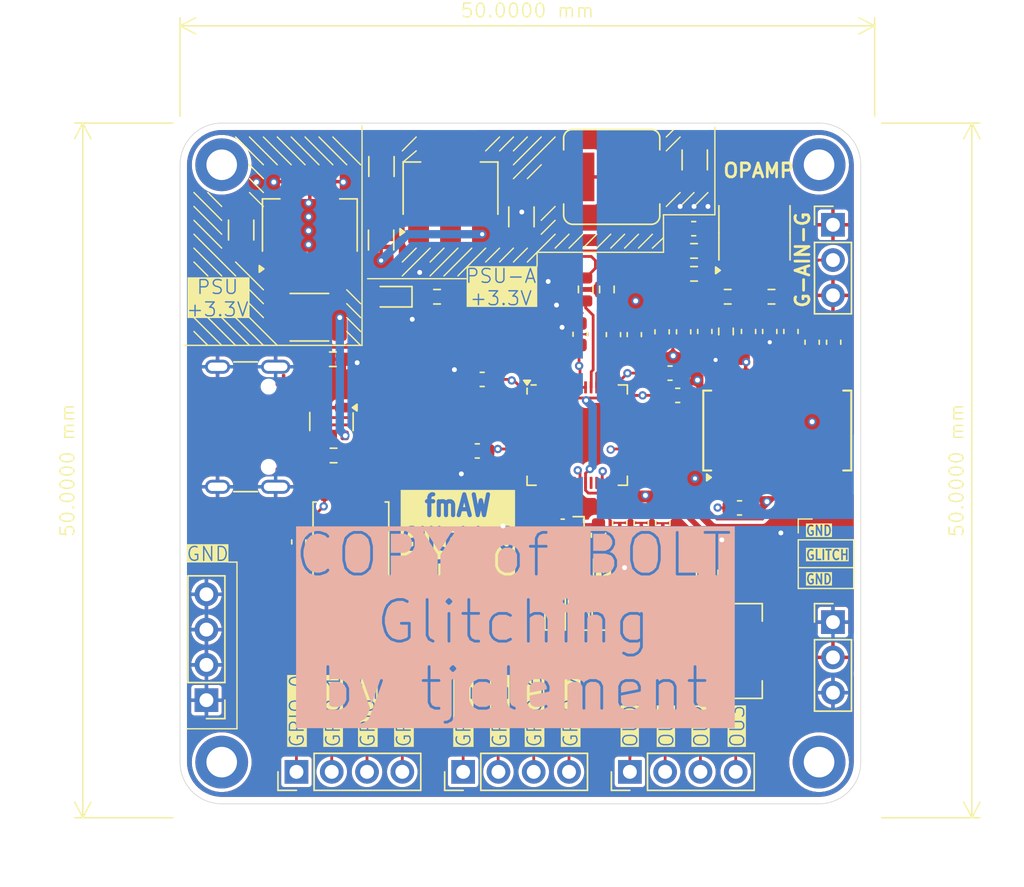
<source format=kicad_pcb>
(kicad_pcb (version 20240108) (generator "pcbnew") (generator_version "8.0")
  (layers (0 "F.Cu" signal) (1 "In1.Cu" signal) (2 "In2.Cu" signal) (31 "B.Cu" signal) (34 "B.Paste" user) (35 "F.Paste" user) (36 "B.SilkS" user "B.Silkscreen") (37 "F.SilkS" user "F.Silkscreen") (38 "B.Mask" user) (39 "F.Mask" user) (44 "Edge.Cuts" user))
  (net 0 "")
  (net 1 "GND")
  (net 2 "VBUS")
  (net 3 "+3.3V")
  (net 4 "Net-(U2-VO)")
  (net 5 "+3.3VA")
  (net 6 "Net-(U3A--)")
  (net 7 "V_REF")
  (net 8 "/TS")
  (net 9 "/TF")
  (net 10 "/x-")
  (net 11 "/x+")
  (net 12 "+1V1")
  (net 13 "/IO12")
  (net 14 "Net-(D1-K)")
  (net 15 "Net-(D2-K)")
  (net 16 "/IO15")
  (net 17 "Net-(D3-K)")
  (net 18 "/IO13")
  (net 19 "Net-(F1-Pad1)")
  (net 21 "/cc2")
  (net 22 "/cc1")
  (net 24 "Net-(J2-Pin_2)")
  (net 25 "Net-(J3-Pin_2)")
  (net 26 "Net-(J4-Pin_2)")
  (net 27 "Net-(J4-Pin_3)")
  (net 28 "Net-(J4-Pin_1)")
  (net 29 "Net-(J4-Pin_4)")
  (net 30 "Net-(J5-Pin_2)")
  (net 31 "Net-(J5-Pin_4)")
  (net 32 "Net-(J5-Pin_1)")
  (net 33 "Net-(J5-Pin_3)")
  (net 34 "Net-(J6-Pin_1)")
  (net 35 "Net-(J6-Pin_3)")
  (net 36 "Net-(J6-Pin_2)")
  (net 37 "Net-(J6-Pin_4)")
  (net 38 "Net-(R3-Pad1)")
  (net 39 "Net-(U3A-+)")
  (net 40 "/AIN")
  (net 41 "/D+")
  (net 42 "/D-")
  (net 43 "/IO17")
  (net 44 "/IO0")
  (net 45 "/IO1")
  (net 46 "/IO2")
  (net 47 "/IO3")
  (net 48 "/IO4")
  (net 49 "/IO5")
  (net 50 "/IO6")
  (net 51 "/IO7")
  (net 52 "/IO8")
  (net 53 "/IO9")
  (net 54 "/IO10")
  (net 55 "/IO11")
  (net 57 "/CLK")
  (net 59 "/OTR")
  (net 60 "/D5")
  (net 61 "/SD1")
  (net 63 "/D9")
  (net 65 "/D3")
  (net 66 "/D1")
  (net 67 "/D0")
  (net 68 "/SD3")
  (net 69 "/CS")
  (net 70 "/D8")
  (net 71 "/D4")
  (net 72 "/SD2")
  (net 73 "/D6")
  (net 75 "/SD0")
  (net 76 "/D7")
  (net 77 "/D2")
  (net 79 "/DN")
  (net 80 "/DP")
  (net 81 "Net-(D5-K)")
  (net 82 "Net-(Q2-G)")
  (net 83 "/SCK")
  (footprint "Resistor_SMD:R_0603_1608Metric" (layer "F.Cu") (at 67 34.85)
    (property "Reference" "R5" (hide yes))
    (property "Value" "5.1k" (hide yes))
  )
  (footprint "Capacitor_SMD:C_1206_3216Metric" (layer "F.Cu") (at 67.05 26.65 90)
    (property "Reference" "C5" (hide yes))
    (property "Value" "47uF" (hide yes))
  )
  (footprint "Capacitor_SMD:C_0603_1608Metric" (layer "F.Cu") (at 72.45 39 90)
    (property "Reference" "C14" (hide yes))
    (property "Value" "100nF" (hide yes))
  )
  (footprint "Capacitor_SMD:C_0603_1608Metric" (layer "F.Cu") (at 65.825 43.6)
    (property "Reference" "C21" (hide yes))
    (property "Value" "100nF" (hide yes))
  )
  (footprint "Connector_PinHeader_2.54mm:PinHeader_1x03_P2.54mm_Vertical" (layer "F.Cu") (at 77 59.92)
    (property "Reference" "J3" (hide yes))
    (property "Value" "GLITCH" (hide yes))
  )
  (footprint "Resistor_SMD:R_0603_1608Metric" (layer "F.Cu") (at 69.425 36.5)
    (property "Reference" "R3" (hide yes))
    (property "Value" "27k" (hide yes))
  )
  (footprint "Package_TO_SOT_SMD:SOT-143" (layer "F.Cu") (at 40.9 45.48 -90)
    (property "Reference" "D4" (hide yes))
    (property "Value" "PRTR5V0U2X" (hide yes))
  )
  (footprint "Capacitor_SMD:C_0603_1608Metric" (layer "F.Cu") (at 70.275 51.7)
    (property "Reference" "C15" (hide yes))
    (property "Value" "100nF" (hide yes))
  )
  (footprint "Capacitor_SMD:C_0603_1608Metric" (layer "F.Cu") (at 60.12071 53.670711 -90)
    (property "Reference" "C17" (hide yes))
    (property "Value" "tbd" (hide yes))
  )
  (footprint "Connector_PinHeader_2.54mm:PinHeader_1x04_P2.54mm_Vertical" (layer "F.Cu") (at 50.38 70.7 90)
    (property "Reference" "J5" (hide yes))
    (property "Value" "ANA2" (hide yes))
  )
  (footprint "Resistor_SMD:R_0603_1608Metric" (layer "F.Cu") (at 58.7 62.225 90)
    (property "Reference" "R14" (hide yes))
    (property "Value" "470" (hide yes))
  )
  (footprint "Resistor_SMD:R_0603_1608Metric" (layer "F.Cu") (at 60.4 62.225 90)
    (property "Reference" "R13" (hide yes))
    (property "Value" "470" (hide yes))
  )
  (footprint "Resistor_SMD:R_0603_1608Metric" (layer "F.Cu") (at 72.575 36.5)
    (property "Reference" "R4" (hide yes))
    (property "Value" "2.7k" (hide yes))
  )
  (footprint "Capacitor_SMD:C_1206_3216Metric" (layer "F.Cu") (at 44.5 27.125001 -90)
    (property "Reference" "C4" (hide yes))
    (property "Value" "47uF" (hide yes))
  )
  (footprint "Capacitor_SMD:C_0603_1608Metric" (layer "F.Cu") (at 61.65 52.775 -90)
    (property "Reference" "C26" (hide yes))
    (property "Value" "1uF" (hide yes))
  )
  (footprint "Capacitor_SMD:C_0603_1608Metric" (layer "F.Cu") (at 63.2 52.775 -90)
    (property "Reference" "C20" (hide yes))
    (property "Value" "100nF" (hide yes))
  )
  (footprint "Capacitor_SMD:C_0603_1608Metric" (layer "F.Cu") (at 61.2 39.225 90)
    (property "Reference" "C27" (hide yes))
    (property "Value" "100nF" (hide yes))
  )
  (footprint "Capacitor_SMD:C_0603_1608Metric" (layer "F.Cu") (at 51.4 47.6 180)
    (property "Reference" "C25" (hide yes))
    (property "Value" "1uF" (hide yes))
  )
  (footprint "Capacitor_SMD:C_0603_1608Metric" (layer "F.Cu") (at 77.05 39.775 90)
    (property "Reference" "C12" (hide yes))
    (property "Value" "100nF" (hide yes))
  )
  (footprint "Connector_PinHeader_2.54mm:PinHeader_1x03_P2.54mm_Vertical" (layer "F.Cu") (at 77 31.320001)
    (property "Reference" "J2" (hide yes))
    (property "Value" "AIN" (hide yes))
  )
  (footprint "Connector_PinHeader_2.54mm:PinHeader_1x04_P2.54mm_Vertical" (layer "F.Cu") (at 62.38 70.7 90)
    (property "Reference" "J6" (hide yes))
    (property "Value" "ANA3" (hide yes))
  )
  (footprint "Capacitor_SMD:C_1206_3216Metric" (layer "F.Cu") (at 54.575 30.750001 90)
    (property "Reference" "C3" (hide yes))
    (property "Value" "47uF" (hide yes))
  )
  (footprint "Capacitor_SMD:C_1206_3216Metric" (layer "F.Cu") (at 34.4 31.7 -90)
    (property "Reference" "C2" (hide yes))
    (property "Value" "47uF" (hide yes))
  )
  (footprint "Inductor_SMD:L_Bourns_SRP7028A_7.3x6.6mm" (layer "F.Cu") (at 61.075 27.875)
    (property "Reference" "L1" (hide yes))
    (property "Value" "10uH" (hide yes))
  )
  (footprint "Capacitor_SMD:C_0603_1608Metric" (layer "F.Cu") (at 38.55 54.15 -90)
    (property "Reference" "C16" (hide yes))
    (property "Value" "100nF" (hide yes))
  )
  (footprint "Resistor_SMD:R_Array_Concave_4x0402" (layer "F.Cu") (at 51.6 59.8 -90)
    (property "Reference" "RN2" (hide yes))
    (property "Value" "C728722" (hide yes))
  )
  (footprint "Capacitor_SMD:C_1206_3216Metric" (layer "F.Cu") (at 44.475 32.420001 90)
    (property "Reference" "C1" (hide yes))
    (property "Value" "47uF" (hide yes))
  )
  (footprint "Package_TO_SOT_SMD:SOT-223-3_TabPin2" (layer "F.Cu") (at 49.47 28.710001 90)
    (property "Reference" "U2" (hide yes))
    (property "Value" "TLV76133" (hide yes))
  )
  (footprint "Package_SO:SOIC-8_5.23x5.23mm_P1.27mm" (layer "F.Cu") (at 42.3 54 90)
    (property "Reference" "U5" (hide yes))
    (property "Value" "W25Q128JVS" (hide yes))
  )
  (footprint "Package_SO:SO-8_3.9x4.9mm_P1.27mm" (layer "F.Cu") (at 71.350001 31.9 90)
    (property "Reference" "U3" (hide yes))
    (property "Value" "LM358" (hide yes))
  )
  (footprint "Resistor_SMD:R_0603_1608Metric" (layer "F.Cu") (at 59.2 35.975 90)
    (property "Reference" "R8" (hide yes))
    (property "Value" "22" (hide yes))
  )
  (footprint "Package_TO_SOT_SMD:SOT-223-3_TabPin2" (layer "F.Cu") (at 70 62)
    (property "Reference" "Q2" (hide yes))
    (property "Value" "IRLB8721PBF" (hide yes))
  )
  (footprint "Capacitor_SMD:C_0603_1608Metric" (layer "F.Cu") (at 51.75 42.45 180)
    (property "Reference" "C24" (hide yes))
    (property "Value" "100nF" (hide yes))
  )
  (footprint "Resistor_SMD:R_0603_1608Metric" (layer "F.Cu") (at 67.7 56.425 90)
    (property "Reference" "R10" (hide yes))
    (property "Value" "10" (hide yes))
  )
  (footprint "Resistor_SMD:R_0603_1608Metric" (layer "F.Cu") (at 67 33.2 180)
    (property "Reference" "R6" (hide yes))
    (property "Value" "5.1k" (hide yes))
  )
  (footprint "Capacitor_SMD:C_0603_1608Metric" (layer "F.Cu") (at 54.970711 53.69571 -90)
    (property "Reference" "C18" (hide yes))
    (property "Value" "tbd" (hide yes))
  )
  (footprint "LED_SMD:LED_0603_1608Metric" (layer "F.Cu") (at 45.212499 36.5 180)
    (property "Reference" "D5" (hide yes))
    (property "Value" "GRE" (hide yes))
  )
  (footprint "Capacitor_SMD:C_0603_1608Metric" (layer "F.Cu") (at 58.8 39.2 90)
    (property "Reference" "C22" (hide yes))
    (property "Value" "100nF" (hide yes))
  )
  (footprint "Resistor_SMD:R_0603_1608Metric" (layer "F.Cu") (at 48.5 36.5 180)
    (property "Reference" "R27" (hide yes))
    (property "Value" "470" (hide yes))
  )
  (footprint "LED_SMD:LED_0603_1608Metric" (layer "F.Cu") (at 60.4 59.012499 90)
    (property "Reference" "D2" (hide yes))
    (property "Value" "ORA" (hide yes))
  )
  (footprint "Capacitor_SMD:C_0603_1608Metric" (layer "F.Cu") (at 66.25 39.025 90)
    (property "Reference" "C8" (hide yes))
    (property "Value" "1uF" (hide yes))
  )
  (footprint "Resistor_SMD:R_0603_1608Metric" (layer "F.Cu") (at 60.725 35.975 90)
    (property "Reference" "R9" (hide yes))
    (property "Value" "22" (hide yes))
  )
  (footprint "Capacitor_SMD:C_0603_1608Metric" (layer "F.Cu") (at 67.775 39 90)
    (property "Reference" "C6" (hide yes))
    (property "Value" "100nF" (hide yes))
  )
  (footprint "Resistor_SMD:R_0603_1608Metric" (layer "F.Cu") (at 41 41 180)
    (property "Reference" "R1" (hide yes))
    (property "Value" "5.1k" (hide yes))
  )
  (footprint "Capacitor_SMD:C_0603_1608Metric" (layer "F.Cu") (at 64.7 39.025 90)
    (property "Reference" "C9" (hide yes))
    (property "Value" "100nF" (hide yes))
  )
  (footprint "Crystal:Crystal_SMD_Abracon_ABM10-4Pin_2.5x2.0mm" (layer "F.Cu") (at 57.545711 53.62071 -90)
    (property "Reference" "Y1" (hide yes))
    (property "Value" "12MHz" (hide yes))
  )
  (footprint "Capacitor_SMD:C_0603_1608Metric" (layer "F.Cu") (at 64.75 52.8 -90)
    (property "Reference" "C19" (hide yes))
    (property "Value" "100nF" (hide yes))
  )
  (footprint "MountingHole:MountingHole_2.2mm_M2_DIN965_Pad" (layer "F.Cu") (at 33 27)
    (property "Reference" "H1" (hide yes))
    (property "Value" "MH" (hide yes))
  )
  (footprint "Package_SO:SSOP-28_5.3x10.2mm_P0.65mm" (layer "F.Cu") (at 72.99 46.13 90)
    (property "Reference" "U6" (hide yes))
    (property "Value" "MS9280" (hide yes))
  )
  (footprint "Capacitor_SMD:C_0603_1608Metric" (layer "F.Cu") (at 66.975 31.6 180)
    (property "Reference" "C7" (hide yes))
    (property "Value" "1uF" (hide yes))
  )
  (footprint "Package_DFN_QFN:QFN-56-1EP_7x7mm_P0.4mm_EP3.2x3.2mm" (layer "F.Cu") (at 58.59 46.46)
    (property "Reference" "U4" (hide yes))
    (property "Value" "RP2040" (hide yes))
  )
  (footprint "MountingHole:MountingHole_2.2mm_M2_DIN965_Pad" (layer "F.Cu") (at 33 70)
    (property "Reference" "H2" (hide yes))
    (property "Value" "MH" (hide yes))
  )
  (footprint "Capacitor_SMD:C_0603_1608Metric" (layer "F.Cu") (at 62.7 39.225 90)
    (property "Reference" "C28" (hide yes))
    (property "Value" "100nF" (hide yes))
  )
  (footprint "Resistor_SMD:R_0603_1608Metric" (layer "F.Cu") (at 41.05 47.925 180)
    (property "Reference" "R2" (hide yes))
    (property "Value" "5.1k" (hide yes))
  )
  (footprint "Connector_PinHeader_2.54mm:PinHeader_1x04_P2.54mm_Vertical" (layer "F.Cu") (at 38.38 70.7 90)
    (property "Reference" "J4" (hide yes))
    (property "Value" "ANA1" (hide yes))
  )
  (footprint "Resistor_SMD:R_Array_Concave_4x0402" (layer "F.Cu") (at 54.45 59.800001 -90)
    (property "Reference" "RN3" (hide yes))
    (property "Value" "C728722" (hide yes))
  )
  (footprint "Capacitor_SMD:C_0603_1608Metric" (layer "F.Cu") (at 75.5 39.775 90)
    (property "Reference" "C11" (hide yes))
    (property "Value" "100nF" (hide yes))
  )
  (footprint "Connector_USB:USB_C_Receptacle_GCT_USB4105-xx-A_16P_TopMnt_Horizontal" (layer "F.Cu") (at 33.775 45.86 -90)
    (property "Reference" "J1" (hide yes))
    (property "Value" "USB_C_Receptacle_USB2.0_16P" (hide yes))
  )
  (footprint "Resistor_SMD:R_0603_1608Metric" (layer "F.Cu") (at 57 62.175 90)
    (property "Reference" "R12" (hide yes))
    (property "Value" "470" (hide yes))
  )
  (footprint "Capacitor_SMD:C_0603_1608Metric" (layer "F.Cu") (at 65.275 42)
    (property "Reference" "C23" (hide yes))
    (property "Value" "100nF" (hide yes))
  )
  (footprint "LED_SMD:LED_0603_1608Metric" (layer "F.Cu") (at 58.7 59.012499 90)
    (property "Reference" "D3" (hide yes))
    (property "Value" "PIN" (hide yes))
  )
  (footprint "Fuse:Fuse_1812_4532Metric" (layer "F.Cu") (at 39.3125 37.975)
    (property "Reference" "F1" (hide yes))
    (property "Value" "Fuse" (hide yes))
  )
  (footprint "Capacitor_SMD:C_0603_1608Metric" (layer "F.Cu") (at 70.925 39 90)
    (property "Reference" "C13" (hide yes))
    (property "Value" "100nF" (hide yes))
  )
  (footprint "Resistor_SMD:R_Array_Concave_4x0402" (layer "F.Cu") (at 48.75 59.800001 -90)
    (property "Reference" "RN1" (hide yes))
    (property "Value" "C728722" (hide yes))
  )
  (footprint "Capacitor_SMD:C_0603_1608Metric" (layer "F.Cu") (at 73.975 39 90)
    (property "Reference" "C10" (hide yes))
    (property "Value" "10uF" (hide yes))
  )
  (footprint "MountingHole:MountingHole_2.2mm_M2_DIN965_Pad" (layer "F.Cu") (at 76 27)
    (property "Reference" "H4" (hide yes))
    (property "Value" "MH" (hide yes))
  )
  (footprint "Package_TO_SOT_SMD:SOT-223-3_TabPin2" (layer "F.Cu") (at 39.3425 31.365001 90)
    (property "Reference" "U1" (hide yes))
    (property "Value" "TLV76133" (hide yes))
  )
  (footprint "Connector_PinHeader_2.54mm:PinHeader_1x04_P2.54mm_Vertical" (layer "F.Cu") (at 31.9 65.54 180)
    (property "Reference" "J7" (hide yes))
    (property "Value" "GND" (hide yes))
  )
  (footprint "Resistor_SMD:R_0603_1608Metric" (layer "F.Cu") (at 69.3 39 90)
    (property "Reference" "R7" (hide yes))
    (property "Value" "10" (hide yes))
  )
  (footprint "Resistor_SMD:R_0603_1608Metric" (layer "F.Cu") (at 69.25 56.425 90)
    (property "Reference" "R11" (hide yes))
    (property "Value" "1k" (hide yes))
  )
  (footprint "MountingHole:MountingHole_2.2mm_M2_DIN965_Pad" (layer "F.Cu") (at 76 70)
    (property "Reference" "H3" (hide yes))
    (property "Value" "MH" (hide yes))
  )
  (footprint "LED_SMD:LED_0603_1608Metric" (layer "F.Cu") (at 57 59 90)
    (property "Reference" "D1" (hide yes))
    (property "Value" "YEL" (hide yes))
  )
  (gr_line (start 55 28) (end 56 27) (stroke (width 0.1)) (layer "F.SilkS"))
  (gr_line (start 54 34) (end 55 33) (stroke (width 0.1)) (layer "F.SilkS"))
  (gr_line (start 36 30) (end 35 29) (stroke (width 0.1)) (layer "F.SilkS"))
  (gr_line (start 61 33) (end 62 32) (stroke (width 0.1)) (layer "F.SilkS"))
  (gr_line (start 74.5 52.5) (end 75.5 52.5) (stroke (width 0.1)) (layer "F.SilkS"))
  (gr_line (start 31 30) (end 33 32) (stroke (width 0.1)) (layer "F.SilkS"))
  (gr_line (start 55.7 33.3) (end 64.8 33.3) (stroke (width 0.1)) (layer "F.SilkS"))
  (gr_line (start 68.3 30.6) (end 68.5 30.6) (stroke (width 0.1)) (layer "F.SilkS"))
  (gr_line (start 35 38) (end 37 40) (stroke (width 0.1)) (layer "F.SilkS"))
  (gr_line (start 54 27) (end 56 25) (stroke (width 0.1)) (layer "F.SilkS"))
  (gr_line (start 65 26) (end 66 25) (stroke (width 0.1)) (layer "F.SilkS"))
  (gr_line (start 33 38) (end 35 40) (stroke (width 0.1)) (layer "F.SilkS"))
  (gr_line (start 49 35) (end 51 33) (stroke (width 0.1)) (layer "F.SilkS"))
  (gr_line (start 74.5 54) (end 78.5 54) (stroke (width 0.1)) (layer "F.SilkS"))
  (gr_line (start 31 38) (end 33 40) (stroke (width 0.1)) (layer "F.SilkS"))
  (gr_line (start 65 30) (end 66 29) (stroke (width 0.1)) (layer "F.SilkS"))
  (gr_line (start 43.1 40) (end 30.3 40) (stroke (width 0.1)) (layer "F.SilkS"))
  (gr_line (start 53 34) (end 54 33) (stroke (width 0.1)) (layer "F.SilkS"))
  (gr_line (start 39 25) (end 41 27) (stroke (width 0.1)) (layer "F.SilkS"))
  (gr_line (start 55 34) (end 57 32) (stroke (width 0.1)) (layer "F.SilkS"))
  (gr_line (start 50.6 35.2) (end 43.5 35.2) (stroke (width 0.1)) (layer "F.SilkS"))
  (gr_line (start 65 25) (end 65.5 24.5) (stroke (width 0.1)) (layer "F.SilkS"))
  (gr_line (start 41 25) (end 43 27) (stroke (width 0.1)) (layer "F.SilkS"))
  (gr_line (start 54 28) (end 57 25) (stroke (width 0.1)) (layer "F.SilkS"))
  (gr_line (start 31 32) (end 33 34) (stroke (width 0.1)) (layer "F.SilkS"))
  (gr_line (start 43.1 24.2) (end 43.1 39.7) (stroke (width 0.1)) (layer "F.SilkS"))
  (gr_line (start 78.5 56) (end 74.5 56) (stroke (width 0.1)) (layer "F.SilkS"))
  (gr_line (start 34 38) (end 36 40) (stroke (width 0.1)) (layer "F.SilkS"))
  (gr_line (start 42 39) (end 43 40) (stroke (width 0.1)) (layer "F.SilkS"))
  (gr_line (start 57 33) (end 58 32) (stroke (width 0.1)) (layer "F.SilkS"))
  (gr_line (start 54 25) (end 53 26) (stroke (width 0.1)) (layer "F.SilkS"))
  (gr_line (start 42 36) (end 43 37) (stroke (width 0.1)) (layer "F.SilkS"))
  (gr_line (start 59 33) (end 60 32) (stroke (width 0.1)) (layer "F.SilkS"))
  (gr_line (start 43.1 39.7) (end 43.1 40) (stroke (width 0.1)) (layer "F.SilkS"))
  (gr_line (start 36 25) (end 38 27) (stroke (width 0.1)) (layer "F.SilkS"))
  (gr_line (start 31 31) (end 33 33) (stroke (width 0.1)) (layer "F.SilkS"))
  (gr_line (start 58 33) (end 59 32) (stroke (width 0.1)) (layer "F.SilkS"))
  (gr_line (start 31 34) (end 32 35) (stroke (width 0.1)) (layer "F.SilkS"))
  (gr_line (start 31 29) (end 33 31) (stroke (width 0.1)) (layer "F.SilkS"))
  (gr_line (start 31 33) (end 33 35) (stroke (width 0.1)) (layer "F.SilkS"))
  (gr_line (start 50 35) (end 52 33) (stroke (width 0.1)) (layer "F.SilkS"))
  (gr_line (start 36 29) (end 35 28) (stroke (width 0.1)) (layer "F.SilkS"))
  (gr_line (start 35 37) (end 36 38) (stroke (width 0.1)) (layer "F.SilkS"))
  (gr_line (start 63 33) (end 64 32) (stroke (width 0.1)) (layer "F.SilkS"))
  (gr_line (start 66 30) (end 67 29) (stroke (width 0.1)) (layer "F.SilkS"))
  (gr_line (start 53 25) (end 52 26) (stroke (width 0.1)) (layer "F.SilkS"))
  (gr_line (start 64.8 33.3) (end 64.8 31.2) (stroke (width 0.1)) (layer "F.SilkS"))
  (gr_line (start 68.5 30.6) (end 68.5 24.3) (stroke (width 0.1)) (layer "F.SilkS"))
  (gr_line (start 64 33) (end 64.8 32.25) (stroke (width 0.1)) (layer "F.SilkS"))
  (gr_line (start 78.5 54) (end 78.5 57.5) (stroke (width 0.1)) (layer "F.SilkS"))
  (gr_line (start 46 35) (end 48 33) (stroke (width 0.1)) (layer "F.SilkS"))
  (gr_line (start 52 34) (end 53 33) (stroke (width 0.1)) (layer "F.SilkS"))
  (gr_line (start 56 31) (end 57 30) (stroke (width 0.1)) (layer "F.SilkS"))
  (gr_line (start 78.5 57.5) (end 74.5 57.5) (stroke (width 0.1)) (layer "F.SilkS"))
  (gr_line (start 38 25) (end 40 27) (stroke (width 0.1)) (layer "F.SilkS"))
  (gr_line (start 74.5 57.5) (end 74.5 54) (stroke (width 0.1)) (layer "F.SilkS"))
  (gr_line (start 35 36) (end 36 37) (stroke (width 0.1)) (layer "F.SilkS"))
  (gr_line (start 55.7 34.3) (end 55.7 33.3) (stroke (width 0.1)) (layer "F.SilkS"))
  (gr_line (start 48 35) (end 50 33) (stroke (width 0.1)) (layer "F.SilkS"))
  (gr_line (start 34.1 67.6) (end 30.5 67.6) (stroke (width 0.1)) (layer "F.SilkS"))
  (gr_line (start 74.5 52.5) (end 74.5 53.5) (stroke (width 0.1)) (layer "F.SilkS"))
  (gr_line (start 46 34) (end 47 33) (stroke (width 0.1)) (layer "F.SilkS"))
  (gr_line (start 40 25) (end 42 27) (stroke (width 0.1)) (layer "F.SilkS"))
  (gr_line (start 42 38) (end 43 39) (stroke (width 0.1)) (layer "F.SilkS"))
  (gr_line (start 42 37) (end 43 38) (stroke (width 0.1)) (layer "F.SilkS"))
  (gr_line (start 33 30) (end 32 29) (stroke (width 0.1)) (layer "F.SilkS"))
  (gr_line (start 34.1 55.6) (end 34.1 67.6) (stroke (width 0.1)) (layer "F.SilkS"))
  (gr_line (start 54 26) (end 55 25) (stroke (width 0.1)) (layer "F.SilkS"))
  (gr_line (start 60 33) (end 61 32) (stroke (width 0.1)) (layer "F.SilkS"))
  (gr_line (start 35 27) (end 36 28) (stroke (width 0.1)) (layer "F.SilkS"))
  (gr_line (start 56 32) (end 57 31) (stroke (width 0.1)) (layer "F.SilkS"))
  (gr_line (start 33 34) (end 34 35) (stroke (width 0.1)) (layer "F.SilkS"))
  (gr_line (start 32 38) (end 34 40) (stroke (width 0.1)) (layer "F.SilkS"))
  (gr_line (start 47 25) (end 46 26) (stroke (width 0.1)) (layer "F.SilkS"))
  (gr_line (start 64.8 31.2) (end 64.8 30.6) (stroke (width 0.1)) (layer "F.SilkS"))
  (gr_line (start 35 25) (end 37 27) (stroke (width 0.1)) (layer "F.SilkS"))
  (gr_line (start 37 25) (end 39 27) (stroke (width 0.1)) (layer "F.SilkS"))
  (gr_line (start 31 39) (end 32 40) (stroke (width 0.1)) (layer "F.SilkS"))
  (gr_line (start 48 34) (end 49 33) (stroke (width 0.1)) (layer "F.SilkS"))
  (gr_line (start 34 34) (end 36 36) (stroke (width 0.1)) (layer "F.SilkS"))
  (gr_line (start 36 27) (end 34 25) (stroke (width 0.1)) (layer "F.SilkS"))
  (gr_line (start 47 26) (end 46.06 26.800001) (stroke (width 0.1)) (layer "F.SilkS"))
  (gr_line (start 62 33) (end 63 32) (stroke (width 0.1)) (layer "F.SilkS"))
  (gr_line (start 64.8 30.6) (end 68.3 30.6) (stroke (width 0.1)) (layer "F.SilkS"))
  (gr_line (start 67 30) (end 68 29) (stroke (width 0.1)) (layer "F.SilkS"))
  (gr_line (start 33.5 55.6) (end 34.1 55.6) (stroke (width 0.1)) (layer "F.SilkS"))
  (gr_arc (start 79 70) (mid 78.12132 72.12132) (end 76 73) (stroke (width 0.05)) (layer "Edge.Cuts"))
  (gr_arc (start 76 24) (mid 78.12132 24.87868) (end 79 27) (stroke (width 0.05)) (layer "Edge.Cuts"))
  (gr_line (start 30 70) (end 30 27) (stroke (width 0.05)) (layer "Edge.Cuts"))
  (gr_arc (start 30 27) (mid 30.87868 24.87868) (end 33 24) (stroke (width 0.05)) (layer "Edge.Cuts"))
  (gr_arc (start 33 73) (mid 30.87868 72.12132) (end 30 70) (stroke (width 0.05)) (layer "Edge.Cuts"))
  (gr_line (start 76 73) (end 33 73) (stroke (width 0.05)) (layer "Edge.Cuts"))
  (gr_line (start 33 24) (end 76 24) (stroke (width 0.05)) (layer "Edge.Cuts"))
  (gr_line (start 79 27) (end 79 70) (stroke (width 0.05)) (layer "Edge.Cuts"))
  (gr_text "COPY of BOLT\nGlitching\nby tjclement" (at 54 66.5 0) (layer "B.SilkS" knockout) (effects (font (size 3 3) (thickness 0.2) (bold yes)) (justify bottom)))
  (gr_text "G-AIN-G" (at 75.4 37.4 90) (layer "F.SilkS") (effects (font (size 1 1) (thickness 0.2) (bold yes)) (justify left bottom)))
  (gr_text "OU0" (at 63 69 90) (layer "F.SilkS" knockout) (effects (font (size 1 1) (thickness 0.1)) (justify left bottom)))
  (gr_text "GLITCH" (at 75 55.5 0) (layer "F.SilkS" knockout) (effects (font (size 0.7 0.6) (thickness 0.12) (bold yes)) (justify left bottom)))
  (gr_text "OU2" (at 68.1 69 90) (layer "F.SilkS" knockout) (effects (font (size 1 1) (thickness 0.1)) (justify left bottom)))
  (gr_text "GPIO_4" (at 51 69 90) (layer "F.SilkS" knockout) (effects (font (size 1 1) (thickness 0.1)) (justify left bottom)))
  (gr_text "TRIG" (at 59.3 57.5 90) (layer "F.SilkS" knockout) (effects (font (size 1 0.7) (thickness 0.1)) (justify left bottom)))
  (gr_text "GPIO_1\n" (at 41.6 69 90) (layer "F.SilkS" knockout) (effects (font (size 1 1) (thickness 0.1)) (justify left bottom)))
  (gr_text "OU1" (at 65.6 69 90) (layer "F.SilkS" knockout) (effects (font (size 1 1) (thickness 0.1)) (justify left bottom)))
  (gr_text "GPIO_6" (at 56.1 69 90) (layer "F.SilkS" knockout) (effects (font (size 1 1) (thickness 0.1)) (justify left bottom)))
  (gr_text "fmAW\nGlitchinG\nTooL" (at 50 57.25 0) (layer "F.SilkS" knockout) (effects (font (size 1.5 1.2) (thickness 0.3) (bold yes)) (justify bottom)))
  (gr_text "OPAMP\n" (at 69 28 0) (layer "F.SilkS") (effects (font (size 1 1) (thickness 0.2) (bold yes)) (justify left bottom)))
  (gr_text "GND" (at 30.4 55.6 0) (layer "F.SilkS" knockout) (effects (font (size 1 1) (thickness 0.1)) (justify left bottom)))
  (gr_text "GND" (at 75 57.25 0) (layer "F.SilkS" knockout) (effects (font (size 0.7 0.6) (thickness 0.12) (bold yes)) (justify left bottom)))
  (gr_text "GPIO_2\n" (at 44.1 69 90) (layer "F.SilkS" knockout) (effects (font (size 1 1) (thickness 0.1)) (justify left bottom)))
  (gr_text "GPIO_5" (at 53.6 69 90) (layer "F.SilkS" knockout) (effects (font (size 1 1) (thickness 0.1)) (justify left bottom)))
  (gr_text "USB" (at 57.6 57.5 90) (layer "F.SilkS" knockout) (effects (font (size 1 0.7) (thickness 0.1)) (justify left bottom)))
  (gr_text "ARM" (at 61 57.5 90) (layer "F.SilkS" knockout) (effects (font (size 1 0.7) (thickness 0.1)) (justify left bottom)))
  (gr_text "OU3" (at 70.7 69 90) (layer "F.SilkS" knockout) (effects (font (size 1 1) (thickness 0.1)) (justify left bottom)))
  (gr_text "GPIO_7" (at 58.7 69 90) (layer "F.SilkS" knockout) (effects (font (size 1 1) (thickness 0.1)) (justify left bottom)))
  (gr_text "GPIO_0" (at 39 69 90) (layer "F.SilkS" knockout) (effects (font (size 1 1) (thickness 0.1)) (justify left bottom)))
  (gr_text "PSU\n+3.3V" (at 32.7 38 0) (layer "F.SilkS" knockout) (effects (font (size 1 1) (thickness 0.1)) (justify bottom)))
  (gr_text "PSU-A\n+3.3V" (at 53.1 37.2 0) (layer "F.SilkS" knockout) (effects (font (size 1 1) (thickness 0.1)) (justify bottom)))
  (gr_text "GND" (at 75 53.75 0) (layer "F.SilkS" knockout) (effects (font (size 0.7 0.6) (thickness 0.12) (bold yes)) (justify left bottom)))
  (gr_text "GPIO_3" (at 46.7 69 90) (layer "F.SilkS" knockout) (effects (font (size 1 1) (thickness 0.1)) (justify left bottom)))
  (dimension (type aligned) (layer "F.SilkS") (pts (xy 30 24) (xy 30 74)) (height 7) (gr_text "50,0000 mm" (at 21.9 49 90) (layer "F.SilkS") (effects (font (size 1 1) (thickness 0.1)))) (format (prefix "") (suffix "") (units 3) (units_format 1) (precision 4)) (style (thickness 0.1) (arrow_length 1.27) (text_position_mode 0) (extension_height 0.58642) (extension_offset 0.5) keep_text_aligned))
  (dimension (type aligned) (layer "F.SilkS") (pts (xy 30 24) (xy 80 24)) (height -7) (gr_text "50,0000 mm" (at 55 15.9 0) (layer "F.SilkS") (effects (font (size 1 1) (thickness 0.1)))) (format (prefix "") (suffix "") (units 3) (units_format 1) (precision 4)) (style (thickness 0.1) (arrow_length 1.27) (text_position_mode 0) (extension_height 0.58642) (extension_offset 0.5) keep_text_aligned))
  (dimension (type aligned) (layer "F.SilkS") (pts (xy 80 74.000001) (xy 80.000001 24)) (height 7) (gr_text "50,0000 mm" (at 85.900001 49 89.99999771) (layer "F.SilkS") (effects (font (size 1 1) (thickness 0.1)))) (format (prefix "") (suffix "") (units 3) (units_format 1) (precision 4)) (style (thickness 0.1) (arrow_length 1.27) (text_position_mode 0) (extension_height 0.58642) (extension_offset 0.5) keep_text_aligned))
  (segment (start 68.765 49.73) (end 67.22 49.73) (width 0.2) (layer "F.Cu") (net 1))
  (segment (start 67.22 49.73) (end 67.07 49.58) (width 0.2) (layer "F.Cu") (net 1))
  (segment (start 70.715 41.235) (end 70.75 41.2) (width 0.2) (layer "F.Cu") (net 1))
  (segment (start 70.715 42.530001) (end 70.715 41.235) (width 0.2) (layer "F.Cu") (net 1))
  (via (at 67.25 42.5) (size 0.6) (drill 0.35) (layers "F.Cu" "B.Cu") (net 1))
  (via (at 72.25 51.25) (size 0.6) (drill 0.35) (layers "F.Cu" "B.Cu") (net 1))
  (via (at 49.75 41.75) (size 0.6) (drill 0.35) (layers "F.Cu" "B.Cu") (net 1))
  (via (at 57.1 37.1) (size 0.6) (drill 0.35) (layers "F.Cu" "B.Cu") (net 1))
  (via (at 70.75 41.2) (size 0.6) (drill 0.3) (layers "F.Cu" "B.Cu") (net 1))
  (via (at 62.8 36.8) (size 0.6) (drill 0.35) (layers "F.Cu" "B.Cu") (net 1))
  (via (at 65.5 40.75) (size 0.6) (drill 0.35) (layers "F.Cu" "B.Cu") (net 1))
  (via (at 56.5 35.4) (size 0.6) (drill 0.35) (layers "F.Cu" "B.Cu") (net 1))
  (via (at 75.5 45.5) (size 0.6) (drill 0.35) (layers "F.Cu" "B.Cu") (net 1))
  (via (at 54.6 30.4) (size 0.6) (drill 0.35) (layers "F.Cu" "B.Cu") (net 1))
  (via (at 62 56) (size 0.6) (drill 0.35) (layers "F.Cu" "B.Cu") (net 1))
  (via (at 67.07 49.58) (size 0.6) (drill 0.3) (layers "F.Cu" "B.Cu") (net 1))
  (via (at 69 54) (size 0.6) (drill 0.35) (layers "F.Cu" "B.Cu") (net 1))
  (via (at 42.75 41.25) (size 0.6) (drill 0.35) (layers "F.Cu" "B.Cu") (net 1))
  (via (at 50.25 49.25) (size 0.6) (drill 0.35) (layers "F.Cu" "B.Cu") (net 1))
  (via (at 47.25 34.75) (size 0.6) (drill 0.35) (layers "F.Cu" "B.Cu") (net 1))
  (via (at 57.5 38.7) (size 0.6) (drill 0.35) (layers "F.Cu" "B.Cu") (net 1))
  (via (at 63.5 50.8) (size 0.6) (drill 0.35) (layers "F.Cu" "B.Cu") (net 1))
  (via (at 73.25 53.5) (size 0.6) (drill 0.35) (layers "F.Cu" "B.Cu") (net 1))
  (via (at 46.716003 38.122809) (size 0.6) (drill 0.35) (layers "F.Cu" "B.Cu") (net 1))
  (via (at 53.25 53) (size 0.6) (drill 0.35) (layers "F.Cu" "B.Cu") (net 1))
  (segment (start 51.77 31.860001) (end 51.77 31.98) (width 0.6) (layer "F.Cu") (net 2))
  (segment (start 41.475 37.975) (end 41.5 38) (width 0.6) (layer "F.Cu") (net 2))
  (segment (start 41.45 37.975) (end 41.475 37.975) (width 0.6) (layer "F.Cu") (net 2))
  (segment (start 51.77 31.98) (end 51.75 32) (width 0.6) (layer "F.Cu") (net 2))
  (via (at 44.475 33.895002) (size 0.6) (drill 0.3) (layers "F.Cu" "B.Cu") (net 2))
  (via (at 41.5 38) (size 0.6) (drill 0.35) (layers "F.Cu" "B.Cu") (net 2))
  (via (at 41.9 46.5) (size 0.6) (drill 0.35) (layers "F.Cu" "B.Cu") (net 2))
  (via (at 51.75 32) (size 0.6) (drill 0.3) (layers "F.Cu" "B.Cu") (net 2))
  (segment (start 41.9 46.5) (end 41.5 46.1) (width 0.6) (layer "B.Cu") (net 2))
  (segment (start 41.5 46.1) (end 41.5 38) (width 0.6) (layer "B.Cu") (net 2))
  (segment (start 46.370002 32) (end 44.475 33.895002) (width 0.6) (layer "B.Cu") (net 2))
  (segment (start 51.75 32) (end 46.370002 32) (width 0.6) (layer "B.Cu") (net 2))
  (segment (start 58.725 41.475) (end 58.725 40.05) (width 0.2) (layer "F.Cu") (net 3))
  (segment (start 61.19 43.0225) (end 62.20625 42.00625) (width 0.2) (layer "F.Cu") (net 3))
  (segment (start 62.725 43.6) (end 62.5125 43.8125) (width 0.2) (layer "F.Cu") (net 3))
  (segment (start 58.725 40.05) (end 58.8 39.975) (width 0.2) (layer "F.Cu") (net 3))
  (segment (start 62.725 43.6) (end 63.3 43.6) (width 0.2) (layer "F.Cu") (net 3))
  (segment (start 62.465 43.86) (end 62.5125 43.8125) (width 0.2) (layer "F.Cu") (net 3))
  (segment (start 61.208639 51.25) (end 60.389999 50.43136) (width 0.2) (layer "F.Cu") (net 3))
  (segment (start 53.875 42.525) (end 54.025 42.525) (width 0.2) (layer "F.Cu") (net 3))
  (segment (start 65.05 43.6) (end 62.725 43.6) (width 0.2) (layer "F.Cu") (net 3))
  (segment (start 62.0275 43.86) (end 62.465 43.86) (width 0.2) (layer "F.Cu") (net 3))
  (segment (start 69.5 51.7) (end 68.725 51.7) (width 0.2) (layer "F.Cu") (net 3))
  (segment (start 54.025 42.525) (end 55.1525 43.6525) (width 0.2) (layer "F.Cu") (net 3))
  (segment (start 40.395 50.4) (end 40.395 51.53) (width 0.2) (layer "F.Cu") (net 3))
  (segment (start 55.1525 43.6525) (end 55.1525 43.86) (width 0.2) (layer "F.Cu") (net 3))
  (segment (start 63.2 52) (end 62.45 51.25) (width 0.2) (layer "F.Cu") (net 3))
  (segment (start 60.789999 43.0225) (end 61.19 43.0225) (width 0.2) (layer "F.Cu") (net 3))
  (segment (start 61.04 47.46) (end 61 47.5) (width 0.2) (layer "F.Cu") (net 3))
  (segment (start 60.789999 42.410001) (end 60.789999 43.0225) (width 0.2) (layer "F.Cu") (net 3))
  (segment (start 58.79 49.152432) (end 58.630602 48.993034) (width 0.2) (layer "F.Cu") (net 3))
  (segment (start 68.725 51.7) (end 68.7 51.675) (width 0.2) (layer "F.Cu") (net 3))
  (segment (start 69.415 49.73) (end 69.415 51.615) (width 0.2) (layer "F.Cu") (net 3))
  (segment (start 62.2125 42) (end 64.5 42) (width 0.2) (layer "F.Cu") (net 3))
  (segment (start 53.8 42.45) (end 52.525 42.45) (width 0.2) (layer "F.Cu") (net 3))
  (segment (start 60.39 49.8975) (end 60.39 49.093802) (width 0.2) (layer "F.Cu") (net 3))
  (segment (start 52.875 47.46) (end 52.315 47.46) (width 0.2) (layer "F.Cu") (net 3))
  (segment (start 58.79 49.8975) (end 58.79 49.152432) (width 0.2) (layer "F.Cu") (net 3))
  (segment (start 64.75 52.025) (end 63.225 52.025) (width 0.2) (layer "F.Cu") (net 3))
  (segment (start 62.20625 42.00625) (end 62.2125 42) (width 0.2) (layer "F.Cu") (net 3))
  (segment (start 55.1525 47.46) (end 52.875 47.46) (width 0.2) (layer "F.Cu") (net 3))
  (segment (start 40.3375 51.5875) (end 38.55 53.375) (width 0.2) (layer "F.Cu") (net 3))
  (segment (start 62.0275 47.46) (end 61.04 47.46) (width 0.2) (layer "F.Cu") (net 3))
  (segment (start 62.45 51.25) (end 61.208639 51.25) (width 0.2) (layer "F.Cu") (net 3))
  (segment (start 58.725 41.475) (end 58.79 41.54) (width 0.2) (layer "F.Cu") (net 3))
  (segment (start 60.39 49.093802) (end 60.424403 49.059399) (width 0.2) (layer "F.Cu") (net 3))
  (segment (start 58.79 41.54) (end 58.79 43.0225) (width 0.2) (layer "F.Cu") (net 3))
  (segment (start 60.389999 50.43136) (end 60.39 49.8975) (width 0.2) (layer "F.Cu") (net 3))
  (segment (start 69.415 51.615) (end 69.5 51.7) (width 0.2) (layer "F.Cu") (net 3))
  (segment (start 59.190001 43.0225) (end 58.79 43.0225) (width 0.2) (layer "F.Cu") (net 3))
  (segment (start 63.225 52.025) (end 63.2 52) (width 0.2) (layer "F.Cu") (net 3))
  (segment (start 40.395 51.53) (end 40.3375 51.5875) (width 0.2) (layer "F.Cu") (net 3))
  (segment (start 53.875 42.525) (end 53.8 42.45) (width 0.2) (layer "F.Cu") (net 3))
  (segment (start 52.315 47.46) (end 52.175 47.6) (width 0.2) (layer "F.Cu") (net 3))
  (via (at 41.75 28.25) (size 0.6) (drill 0.35) (layers "F.Cu" "B.Cu") (net 3))
  (via (at 39.255469 30.742294) (size 0.6) (drill 0.35) (layers "F.Cu" "B.Cu") (net 3))
  (via (at 39.25 29.75) (size 0.6) (drill 0.35) (layers "F.Cu" "B.Cu") (net 3))
  (via (at 36.75 28.25) (size 0.6) (drill 0.35) (layers "F.Cu" "B.Cu") (net 3))
  (via (at 62.20625 42.00625) (size 0.6) (drill 0.3) (layers "F.Cu" "B.Cu") (net 3))
  (via (at 61 47.5) (size 0.6) (drill 0.35) (layers "F.Cu" "B.Cu") (net 3))
  (via (at 53.875 42.525) (size 0.6) (drill 0.3) (layers "F.Cu" "B.Cu") (net 3))
  (via (at 60.424403 49.059399) (size 0.6) (drill 0.3) (layers "F.Cu" "B.Cu") (net 3))
  (via (at 63.3 43.6) (size 0.6) (drill 0.3) (layers "F.Cu" "B.Cu") (net 3))
  (via (at 35.5 28.25) (size 0.6) (drill 0.35) (layers "F.Cu" "B.Cu") (net 3))
  (via (at 58.630602 48.993034) (size 0.6) (drill 0.3) (layers "F.Cu" "B.Cu") (net 3))
  (via (at 52.875 47.46) (size 0.6) (drill 0.3) (layers "F.Cu" "B.Cu") (net 3))
  (via (at 68.7 51.675) (size 0.6) (drill 0.3) (layers "F.Cu" "B.Cu") (net 3))
  (via (at 40.3375 51.5875) (size 0.6) (drill 0.3) (layers "F.Cu" "B.Cu") (net 3))
  (via (at 58.725 41.475) (size 0.6) (drill 0.3) (layers "F.Cu" "B.Cu") (net 3))
  (via (at 39.25 32.75) (size 0.6) (drill 0.35) (layers "F.Cu" "B.Cu") (net 3))
  (via (at 39.25 31.75) (size 0.6) (drill 0.35) (layers "F.Cu" "B.Cu") (net 3))
  (segment (start 67.775 40.275) (end 68.55 41.05) (width 0.2) (layer "F.Cu") (net 5))
  (segment (start 72.014999 41.160001) (end 72.45 40.725) (width 0.2) (layer "F.Cu") (net 5))
  (segment (start 67.775 39.775) (end 67.775 40.275) (width 0.2) (layer "F.Cu") (net 5))
  (segment (start 72.45 40.725) (end 72.45 39.775) (width 0.2) (layer "F.Cu") (net 5))
  (segment (start 68.765 42.53) (end 68.765 41.265) (width 0.2) (layer "F.Cu") (net 5))
  (segment (start 68.765 41.265) (end 68.55 41.05) (width 0.2) (layer "F.Cu") (net 5))
  (segment (start 64.050001 28.125001) (end 63.8 27.875) (width 0.2) (layer "F.Cu") (net 5))
  (segment (start 72.014999 42.53) (end 72.014999 41.160001) (width 0.2) (layer "F.Cu") (net 5))
  (via (at 66 30) (size 0.6) (drill 0.35) (layers "F.Cu" "B.Cu") (net 5))
  (via (at 68 30) (size 0.6) (drill 0.35) (layers "F.Cu" "B.Cu") (net 5))
  (via (at 67 30) (size 0.6) (drill 0.35) (layers "F.Cu" "B.Cu") (net 5))
  (via (at 68.55 41.05) (size 0.6) (drill 0.3) (layers "F.Cu" "B.Cu") (net 5))
  (via (at 72.45 39.775) (size 0.6) (drill 0.3) (layers "F.Cu" "B.Cu") (net 5))
  (segment (start 67.825 34.85) (end 67.825 33.2) (width 0.2) (layer "F.Cu") (net 6))
  (segment (start 70.715001 33.600001) (end 70.315 33.2) (width 0.2) (layer "F.Cu") (net 6))
  (segment (start 67.825 33.2) (end 67.825 31.675) (width 0.2) (layer "F.Cu") (net 6))
  (segment (start 67.825 31.675) (end 67.75 31.6) (width 0.2) (layer "F.Cu") (net 6))
  (segment (start 70.715001 34.475) (end 70.715001 33.600001) (width 0.2) (layer "F.Cu") (net 6))
  (segment (start 70.315 33.2) (end 67.825 33.2) (width 0.2) (layer "F.Cu") (net 6))
  (segment (start 70.395 44.15) (end 70.625 44.15) (width 0.2) (layer "F.Cu") (net 7))
  (segment (start 68.3 44.15) (end 70.625 44.15) (width 0.2) (layer "F.Cu") (net 7))
  (segment (start 65.475 37.275) (end 65.475 39.025) (width 0.2) (layer "F.Cu") (net 7))
  (segment (start 68.025 42.025) (end 68.025 43.875) (width 0.2) (layer "F.Cu") (net 7))
  (segment (start 70.065 42.53) (end 70.065 43.82) (width 0.2) (layer "F.Cu") (net 7))
  (segment (start 66.175 33.2) (end 65.6 33.2) (width 0.2) (layer "F.Cu") (net 7))
  (segment (start 66.25 39.8) (end 66.25 40.25) (width 0.2) (layer "F.Cu") (net 7))
  (segment (start 68.025 43.875) (end 68.3 44.15) (width 0.2) (layer "F.Cu") (net 7))
  (segment (start 70.625 44.15) (end 72.855 44.15) (width 0.2) (layer "F.Cu") (net 7))
  (segment (start 65 36.8) (end 65.475 37.275) (width 0.2) (layer "F.Cu") (net 7))
  (segment (start 65.6 33.2) (end 65 33.8) (width 0.2) (layer "F.Cu") (net 7))
  (segment (start 70.065 43.82) (end 70.395 44.15) (width 0.2) (layer "F.Cu") (net 7))
  (segment (start 66.25 40.25) (end 68.025 42.025) (width 0.2) (layer "F.Cu") (net 7))
  (segment (start 65.475 39.025) (end 66.25 39.8) (width 0.2) (layer "F.Cu") (net 7))
  (segment (start 73.315 43.69) (end 73.315 42.53) (width 0.2) (layer "F.Cu") (net 7))
  (segment (start 72.855 44.15) (end 73.315 43.69) (width 0.2) (layer "F.Cu") (net 7))
  (segment (start 65 33.8) (end 65 36.8) (width 0.2) (layer "F.Cu") (net 7))
  (segment (start 64.7 39.8) (end 66.25 39.8) (width 0.2) (layer "F.Cu") (net 7))
  (segment (start 72.665 42.53) (end 72.665 41.085) (width 0.2) (layer "F.Cu") (net 8))
  (segment (start 72.665 41.085) (end 73.975 39.775) (width 0.2) (layer "F.Cu") (net 8))
  (segment (start 74.75 40.55) (end 73.975 39.775) (width 0.2) (layer "F.Cu") (net 8))
  (segment (start 73.98 39.77) (end 73.975 39.775) (width 0.2) (layer "F.Cu") (net 8))
  (segment (start 75.5 40.55) (end 74.75 40.55) (width 0.2) (layer "F.Cu") (net 8))
  (segment (start 72.65 42.515) (end 72.665 42.53) (width 0.2) (layer "F.Cu") (net 8))
  (segment (start 77.05 40.55) (end 75.5 40.55) (width 0.2) (layer "F.Cu") (net 8))
  (segment (start 71.365 40.215) (end 71.365 42.53) (width 0.2) (layer "F.Cu") (net 9))
  (segment (start 71.365 40.215) (end 70.925 39.775) (width 0.2) (layer "F.Cu") (net 9))
  (segment (start 73.175 39.025) (end 73.975 38.225) (width 0.2) (layer "F.Cu") (net 9))
  (segment (start 75.495 39.005) (end 75.5 39) (width 0.2) (layer "F.Cu") (net 9))
  (segment (start 74.75 39) (end 73.975 38.225) (width 0.2) (layer "F.Cu") (net 9))
  (segment (start 70.925 39.775) (end 71.675 39.025) (width 0.2) (layer "F.Cu") (net 9))
  (segment (start 75.5 39) (end 74.75 39) (width 0.2) (layer "F.Cu") (net 9))
  (segment (start 71.675 39.025) (end 73.175 39.025) (width 0.2) (layer "F.Cu") (net 9))
  (segment (start 58.370711 52.99571) (end 58.29571 52.99571) (width 0.2) (layer "F.Cu") (net 10))
  (segment (start 57.9 52.6) (end 57.9 51.59) (width 0.2) (layer "F.Cu") (net 10))
  (segment (start 58.29571 52.99571) (end 57.9 52.6) (width 0.2) (layer "F.Cu") (net 10))
  (segment (start 58.47071 52.895711) (end 58.370711 52.99571) (width 0.2) (layer "F.Cu") (net 10))
  (segment (start 57.9 51.59) (end 58.39 51.1) (width 0.2) (layer "F.Cu") (net 10))
  (segment (start 58.39 51.1) (end 58.39 49.8975) (width 0.2) (layer "F.Cu") (net 10))
  (segment (start 60.12071 52.895711) (end 58.47071 52.895711) (width 0.2) (layer "F.Cu") (net 10))
  (segment (start 57.5 53.516421) (end 56.770711 54.24571) (width 0.2) (layer "F.Cu") (net 11))
  (segment (start 57.5 51.3) (end 57.5 53.516421) (width 0.2) (layer "F.Cu") (net 11))
  (segment (start 57.99 50.81) (end 57.5 51.3) (width 0.2) (layer "F.Cu") (net 11))
  (segment (start 56.770711 54.24571) (end 56.720711 54.24571) (width 0.2) (layer "F.Cu") (net 11))
  (segment (start 56.495711 54.47071) (end 56.720711 54.24571) (width 0.2) (layer "F.Cu") (net 11))
  (segment (start 57.989999 49.8975) (end 57.99 50.43136) (width 0.2) (layer "F.Cu") (net 11))
  (segment (start 54.970711 54.47071) (end 56.495711 54.47071) (width 0.2) (layer "F.Cu") (net 11))
  (segment (start 57.99 50.43136) (end 57.99 50.81) (width 0.2) (layer "F.Cu") (net 11))
  (segment (start 60.15636 43.79) (end 60.39 43.55636) (width 0.2) (layer "F.Cu") (net 12))
  (segment (start 59.19 50.43136) (end 59.190001 49.8975) (width 0.2) (layer "F.Cu") (net 12))
  (segment (start 61.2 40) (end 61.2 41.434314) (width 0.2) (layer "F.Cu") (net 12))
  (segment (start 59.39364 50.635) (end 59.19 50.43136) (width 0.2) (layer "F.Cu") (net 12))
  (segment (start 60.027953 50.635) (end 59.39364 50.635) (width 0.2) (layer "F.Cu") (net 12))
  (segment (start 61.65 52) (end 61.392953 52) (width 0.2) (layer "F.Cu") (net 12))
  (segment (start 59.190001 49.209999) (end 59.190001 49.8975) (width 0.2) (layer "F.Cu") (net 12))
  (segment (start 61.2 41.434314) (end 60.389999 42.244315) (width 0.2) (layer "F.Cu") (net 12))
  (segment (start 58.62364 43.79) (end 60.15636 43.79) (width 0.2) (layer "F.Cu") (net 12))
  (segment (start 62.7 40) (end 61.2 40) (width 0.2) (layer "F.Cu") (net 12))
  (segment (start 60.389999 42.575687) (end 60.39 43.0225) (width 0.2) (layer "F.Cu") (net 12))
  (segment (start 61.392953 52) (end 60.027953 50.635) (width 0.2) (layer "F.Cu") (net 12))
  (segment (start 58.39 43.0225) (end 58.39 43.55636) (width 0.2) (layer "F.Cu") (net 12))
  (segment (start 58.39 43.55636) (end 58.62364 43.79) (width 0.2) (layer "F.Cu") (net 12))
  (segment (start 59.5 48.9) (end 59.190001 49.209999) (width 0.2) (layer "F.Cu") (net 12))
  (segment (start 60.389999 42.244315) (end 60.389999 42.575687) (width 0.2) (layer "F.Cu") (net 12))
  (segment (start 60.39 43.55636) (end 60.39 43.0225) (width 0.2) (layer "F.Cu") (net 12))
  (via (at 59.5 48.9) (size 0.6) (drill 0.3) (layers "F.Cu" "B.Cu") (net 12))
  (via (at 59.228225 43.96) (size 0.6) (drill 0.3) (layers "F.Cu" "B.Cu") (net 12))
  (segment (start 59.7 48.7) (end 59.7 44.431775) (width 0.6) (layer "B.Cu") (net 12))
  (segment (start 59.7 44.431775) (end 59.228225 43.96) (width 0.6) (layer "B.Cu") (net 12))
  (segment (start 59.5 48.9) (end 59.7 48.7) (width 0.2) (layer "B.Cu") (net 12))
  (segment (start 55.99 50.21) (end 55.7 50.5) (width 0.2) (layer "F.Cu") (net 13))
  (segment (start 51.2 51.734314) (end 51.2 54.574515) (width 0.2) (layer "F.Cu") (net 13))
  (segment (start 55.7 50.5) (end 52.434314 50.5) (width 0.2) (layer "F.Cu") (net 13))
  (segment (start 52.434314 50.5) (end 51.2 51.734314) (width 0.2) (layer "F.Cu") (net 13))
  (segment (start 55.087501 56.3) (end 57 58.212499) (width 0.2) (layer "F.Cu") (net 13))
  (segment (start 52.925485 56.3) (end 55.087501 56.3) (width 0.2) (layer "F.Cu") (net 13))
  (segment (start 51.2 54.574515) (end 52.925485 56.3) (width 0.2) (layer "F.Cu") (net 13))
  (segment (start 55.99 49.8975) (end 55.99 50.21) (width 0.2) (layer "F.Cu") (net 13))
  (segment (start 57 59.787501) (end 57 61.35) (width 0.2) (layer "F.Cu") (net 14))
  (segment (start 60.4 59.8) (end 60.4 61.4) (width 0.2) (layer "F.Cu") (net 15))
  (segment (start 56.718873 56.8) (end 58.975002 56.8) (width 0.2) (layer "F.Cu") (net 16))
  (segment (start 52 54.243143) (end 53.256857 55.5) (width 0.2) (layer "F.Cu") (net 16))
  (segment (start 58.975002 56.8) (end 60.4 58.224998) (width 0.2) (layer "F.Cu") (net 16))
  (segment (start 53.256857 55.5) (end 55.418873 55.5) (width 0.2) (layer "F.Cu") (net 16))
  (segment (start 52 52.1) (end 52 54.243143) (width 0.2) (layer "F.Cu") (net 16))
  (segment (start 52.8 51.3) (end 52 52.1) (width 0.2) (layer "F.Cu") (net 16))
  (segment (start 55.418873 55.5) (end 56.718873 56.8) (width 0.2) (layer "F.Cu") (net 16))
  (segment (start 56.32136 51.3) (end 52.8 51.3) (width 0.2) (layer "F.Cu") (net 16))
  (segment (start 57.19 49.8975) (end 57.19 50.43136) (width 0.2) (layer "F.Cu") (net 16))
  (segment (start 57.19 50.43136) (end 56.32136 51.3) (width 0.2) (layer "F.Cu") (net 16))
  (segment (start 58.7 59.8) (end 58.7 61.4) (width 0.2) (layer "F.Cu") (net 17))
  (segment (start 53.091171 55.9) (end 55.253187 55.9) (width 0.2) (layer "F.Cu") (net 18))
  (segment (start 51.6 51.9) (end 51.6 54.408829) (width 0.2) (layer "F.Cu") (net 18))
  (segment (start 56.390001 49.8975) (end 56.390001 50.431359) (width 0.2) (layer "F.Cu") (net 18))
  (segment (start 56.390001 50.431359) (end 55.92136 50.9) (width 0.2) (layer "F.Cu") (net 18))
  (segment (start 52.6 50.9) (end 51.6 51.9) (width 0.2) (layer "F.Cu") (net 18))
  (segment (start 55.253187 55.9) (end 56.553187 57.2) (width 0.2) (layer "F.Cu") (net 18))
  (segment (start 55.92136 50.9) (end 52.6 50.9) (width 0.2) (layer "F.Cu") (net 18))
  (segment (start 51.6 54.408829) (end 53.091171 55.9) (width 0.2) (layer "F.Cu") (net 18))
  (segment (start 56.553187 57.2) (end 57.675002 57.2) (width 0.2) (layer "F.Cu") (net 18))
  (segment (start 57.675002 57.2) (end 58.7 58.224998) (width 0.2) (layer "F.Cu") (net 18))
  (segment (start 36.1 47.9) (end 36.6 47.9) (width 0.2) (layer "F.Cu") (net 19))
  (segment (start 35.2 43.4) (end 35.2 42.9) (width 0.6) (layer "F.Cu") (net 19))
  (segment (start 37.27 43.645) (end 35.445 43.645) (width 0.2) (layer "F.Cu") (net 19))
  (segment (start 36.6 47.9) (end 36.96 48.26) (width 0.2) (layer "F.Cu") (net 19))
  (segment (start 35.2 43.027437) (end 35.908782 43.736219) (width 0.6) (layer "F.Cu") (net 19))
  (segment (start 35.445 43.645) (end 35.2 43.4) (width 0.2) (layer "F.Cu") (net 19))
  (segment (start 35.2 42.9) (end 35.2 43.027437) (width 0.6) (layer "F.Cu") (net 19))
  (segment (start 36.3175 37.975) (end 37.175 37.975) (width 0.6) (layer "F.Cu") (net 19))
  (segment (start 37.455 43.46) (end 37.27 43.645) (width 0.2) (layer "F.Cu") (net 19))
  (segment (start 36.96 48.26) (end 37.455 48.26) (width 0.2) (layer "F.Cu") (net 19))
  (segment (start 35.2 42.9) (end 35.2 39.0925) (width 0.6) (layer "F.Cu") (net 19))
  (segment (start 35.2 39.0925) (end 36.3175 37.975) (width 0.6) (layer "F.Cu") (net 19))
  (segment (start 35.2 47) (end 35.2 43.4) (width 0.6) (layer "F.Cu") (net 19))
  (segment (start 36.1 47.9) (end 35.2 47) (width 0.6) (layer "F.Cu") (net 19))
  (segment (start 39.91 47.61) (end 40.225 47.925) (width 0.2) (layer "F.Cu") (net 21))
  (segment (start 38.070001 47.61) (end 39.91 47.61) (width 0.2) (layer "F.Cu") (net 21))
  (segment (start 38.029998 44.61) (end 37.454999 44.61) (width 0.2) (layer "F.Cu") (net 22))
  (segment (start 39.3 41.875) (end 39.3 43.339998) (width 0.2) (layer "F.Cu") (net 22))
  (segment (start 40.175 41) (end 39.3 41.875) (width 0.2) (layer "F.Cu") (net 22))
  (segment (start 39.3 43.339998) (end 38.029998 44.61) (width 0.2) (layer "F.Cu") (net 22))
  (segment (start 75.939999 33.860001) (end 73.4 36.4) (width 0.2) (layer "F.Cu") (net 24))
  (segment (start 77 33.860001) (end 75.939999 33.860001) (width 0.2) (layer "F.Cu") (net 24))
  (segment (start 73.4 36.4) (end 73.4 36.5) (width 0.2) (layer "F.Cu") (net 24))
  (segment (start 48.132548 68.42) (end 50.9 65.652548) (width 0.2) (layer "F.Cu") (net 26))
  (segment (start 42.08 68.42) (end 48.132548 68.42) (width 0.2) (layer "F.Cu") (net 26))
  (segment (start 40.92 70.7) (end 40.92 69.58) (width 0.2) (layer "F.Cu") (net 26))
  (segment (start 50.9 65.652548) (end 50.9 65.6) (width 0.2) (layer "F.Cu") (net 26))
  (segment (start 50.9 63.331372) (end 48.5 60.931372) (width 0.2) (layer "F.Cu") (net 26))
  (segment (start 48.5 60.931372) (end 48.5 60.300001) (width 0.2) (layer "F.Cu") (net 26))
  (segment (start 50.9 65.6) (end 50.9 63.331372) (width 0.2) (layer "F.Cu") (net 26))
  (segment (start 40.92 69.58) (end 42.08 68.42) (width 0.2) (layer "F.Cu") (net 26))
  (segment (start 43.459999 69.540001) (end 43.459999 70.7) (width 0.2) (layer "F.Cu") (net 27))
  (segment (start 51.3 65.6) (end 51.3 65.705096) (width 0.2) (layer "F.Cu") (net 27))
  (segment (start 49 60.865686) (end 51.3 63.165686) (width 0.2) (layer "F.Cu") (net 27))
  (segment (start 44.2 68.8) (end 43.459999 69.540001) (width 0.2) (layer "F.Cu") (net 27))
  (segment (start 49 60.300001) (end 49 60.865686) (width 0.2) (layer "F.Cu") (net 27))
  (segment (start 48.205096 68.8) (end 44.2 68.8) (width 0.2) (layer "F.Cu") (net 27))
  (segment (start 51.3 65.705096) (end 48.205096 68.8) (width 0.2) (layer "F.Cu") (net 27))
  (segment (start 51.3 63.165686) (end 51.3 65.6) (width 0.2) (layer "F.Cu") (net 27))
  (segment (start 48 68.1) (end 50.5 65.6) (width 0.2) (layer "F.Cu") (net 28))
  (segment (start 48 60.3) (end 48 60.997057) (width 0.2) (layer "F.Cu") (net 28))
  (segment (start 38.38 70.7) (end 38.38 69.42) (width 0.2) (layer "F.Cu") (net 28))
  (segment (start 50.5 63.497057) (end 50.5 65.6) (width 0.2) (layer "F.Cu") (net 28))
  (segment (start 48 60.997057) (end 50.5 63.497057) (width 0.2) (layer "F.Cu") (net 28))
  (segment (start 38.38 69.42) (end 39.7 68.1) (width 0.2) (layer "F.Cu") (net 28))
  (segment (start 39.7 68.1) (end 48 68.1) (width 0.2) (layer "F.Cu") (net 28))
  (segment (start 46 70.7) (end 46 69.497919) (width 0.2) (layer "F.Cu") (net 29))
  (segment (start 48.38 69.12) (end 51.7 65.8) (width 0.2) (layer "F.Cu") (net 29))
  (segment (start 46.377919 69.12) (end 48.38 69.12) (width 0.2) (layer "F.Cu") (net 29))
  (segment (start 51.7 65.8) (end 51.7 63) (width 0.2) (layer "F.Cu") (net 29))
  (segment (start 51.7 63) (end 49.5 60.8) (width 0.2) (layer "F.Cu") (net 29))
  (segment (start 46 69.497919) (end 46.377919 69.12) (width 0.2) (layer "F.Cu") (net 29))
  (segment (start 49.5 60.8) (end 49.5 60.3) (width 0.2) (layer "F.Cu") (net 29))
  (segment (start 52.9 70.68) (end 52.9 66.715288) (width 0.2) (layer "F.Cu") (net 30))
  (segment (start 52.5 66.315288) (end 52.5 62.668628) (width 0.2) (layer "F.Cu") (net 30))
  (segment (start 52.92 70.7) (end 52.9 70.68) (width 0.2) (layer "F.Cu") (net 30))
  (segment (start 52.9 66.715288) (end 52.5 66.315288) (width 0.2) (layer "F.Cu") (net 30))
  (segment (start 51.35 61.518628) (end 51.35 60.3) (width 0.2) (layer "F.Cu") (net 30))
  (segment (start 52.5 62.668628) (end 51.35 61.518628) (width 0.2) (layer "F.Cu") (net 30))
  (segment (start 57.4 68.8) (end 55.889808 68.8) (width 0.2) (layer "F.Cu") (net 31))
  (segment (start 55.889808 68.8) (end 53.3 66.210192) (width 0.2) (layer "F.Cu") (net 31))
  (segment (start 58 69.4) (end 57.4 68.8) (width 0.2) (layer "F.Cu") (net 31))
  (segment (start 58 70.7) (end 58 69.4) (width 0.2) (layer "F.Cu") (net 31))
  (segment (start 53.3 66.210192) (end 53.3 62.337256) (width 0.2) (layer "F.Cu") (net 31))
  (segment (start 52.35 61.387256) (end 52.35 60.299999) (width 0.2) (layer "F.Cu") (net 31))
  (segment (start 53.3 62.337256) (end 52.35 61.387256) (width 0.2) (layer "F.Cu") (net 31))
  (segment (start 50.38 70.7) (end 50.38 69.42) (width 0.2) (layer "F.Cu") (net 32))
  (segment (start 50.38 69.42) (end 51 68.8) (width 0.2) (layer "F.Cu") (net 32))
  (segment (start 52.1 62.834314) (end 50.85 61.584314) (width 0.2) (layer "F.Cu") (net 32))
  (segment (start 51 67) (end 52.1 65.9) (width 0.2) (layer "F.Cu") (net 32))
  (segment (start 50.85 61.584314) (end 50.85 60.299999) (width 0.2) (layer "F.Cu") (net 32))
  (segment (start 52.1 65.9) (end 52.1 62.834314) (width 0.2) (layer "F.Cu") (net 32))
  (segment (start 51 68.8) (end 51 67) (width 0.2) (layer "F.Cu") (net 32))
  (segment (start 51.85 61.452942) (end 51.85 60.3) (width 0.2) (layer "F.Cu") (net 33))
  (segment (start 52.9 62.502942) (end 51.85 61.452942) (width 0.2) (layer "F.Cu") (net 33))
  (segment (start 52.9 66.26274) (end 52.9 62.502942) (width 0.2) (layer "F.Cu") (net 33))
  (segment (start 55.459999 68.822739) (end 52.9 66.26274) (width 0.2) (layer "F.Cu") (net 33))
  (segment (start 55.459999 70.7) (end 55.459999 68.822739) (width 0.2) (layer "F.Cu") (net 33))
  (segment (start 62.4 69.4) (end 62.4 69.6) (width 0.2) (layer "F.Cu") (net 34))
  (segment (start 61.48 68.48) (end 62.4 69.4) (width 0.2) (layer "F.Cu") (net 34))
  (segment (start 53.7 66.157644) (end 56.022356 68.48) (width 0.2) (layer "F.Cu") (net 34))
  (segment (start 53.7 60.3) (end 53.7 66.157644) (width 0.2) (layer "F.Cu") (net 34))
  (segment (start 62.4 69.6) (end 62.38 69.62) (width 0.2) (layer "F.Cu") (net 34))
  (segment (start 62.38 69.62) (end 62.38 70.7) (width 0.2) (layer "F.Cu") (net 34))
  (segment (start 56.022356 68.48) (end 61.48 68.48) (width 0.2) (layer "F.Cu") (net 34))
  (segment (start 65.9 68.8) (end 65.88 68.78) (width 0.2) (layer "F.Cu") (net 35))
  (segment (start 67.459999 70.7) (end 67.459999 69.459999) (width 0.2) (layer "F.Cu") (net 35))
  (segment (start 62.78 68.78) (end 61.78 67.78) (width 0.2) (layer "F.Cu") (net 35))
  (segment (start 54.7 60.650001) (end 54.7 60.300001) (width 0.2) (layer "F.Cu") (net 35))
  (segment (start 61.78 67.78) (end 56.227452 67.78) (width 0.2) (layer "F.Cu") (net 35))
  (segment (start 54.5 60.850001) (end 54.7 60.650001) (width 0.2) (layer "F.Cu") (net 35))
  (segment (start 65.88 68.78) (end 62.78 68.78) (width 0.2) (layer "F.Cu") (net 35))
  (segment (start 67.459999 69.459999) (end 66.8 68.8) (width 0.2) (layer "F.Cu") (net 35))
  (segment (start 54.5 66.052548) (end 54.5 60.850001) (width 0.2) (layer "F.Cu") (net 35))
  (segment (start 56.227452 67.78) (end 54.5 66.052548) (width 0.2) (layer "F.Cu") (net 35))
  (segment (start 66.8 68.8) (end 65.9 68.8) (width 0.2) (layer "F.Cu") (net 35))
  (segment (start 61.552548 68.1) (end 56.094904 68.1) (width 0.2) (layer "F.Cu") (net 36))
  (segment (start 56.094904 68.1) (end 54.1 66.105096) (width 0.2) (layer "F.Cu") (net 36))
  (segment (start 54.1 60.400001) (end 54.2 60.300001) (width 0.2) (layer "F.Cu") (net 36))
  (segment (start 64.92 69.32) (end 64.7 69.1) (width 0.2) (layer "F.Cu") (net 36))
  (segment (start 64.7 69.1) (end 62.552548 69.1) (width 0.2) (layer "F.Cu") (net 36))
  (segment (start 54.1 66.105096) (end 54.1 60.400001) (width 0.2) (layer "F.Cu") (net 36))
  (segment (start 62.552548 69.1) (end 61.552548 68.1) (width 0.2) (layer "F.Cu") (net 36))
  (segment (start 64.92 70.7) (end 64.92 69.32) (width 0.2) (layer "F.Cu") (net 36))
  (segment (start 54.9 60.902549) (end 54.9 66) (width 0.2) (layer "F.Cu") (net 37))
  (segment (start 56.36 67.46) (end 61.912548 67.46) (width 0.2) (layer "F.Cu") (net 37))
  (segment (start 54.9 66) (end 56.36 67.46) (width 0.2) (layer "F.Cu") (net 37))
  (segment (start 61.912548 67.46) (end 62.912548 68.46) (width 0.2) (layer "F.Cu") (net 37))
  (segment (start 62.912548 68.46) (end 69.16 68.46) (width 0.2) (layer "F.Cu") (net 37))
  (segment (start 55.2 60.3) (end 55.2 60.602549) (width 0.2) (layer "F.Cu") (net 37))
  (segment (start 69.16 68.46) (end 70 69.3) (width 0.2) (layer "F.Cu") (net 37))
  (segment (start 55.2 60.602549) (end 54.9 60.902549) (width 0.2) (layer "F.Cu") (net 37))
  (segment (start 70 69.3) (end 70 70.7) (width 0.2) (layer "F.Cu") (net 37))
  (segment (start 69.445001 35.054999) (end 68.6 35.9) (width 0.2) (layer "F.Cu") (net 38))
  (segment (start 69.445001 34.475) (end 69.445001 35.054999) (width 0.2) (layer "F.Cu") (net 38))
  (segment (start 68.6 36.5) (end 68.6 37.475) (width 0.2) (layer "F.Cu") (net 38))
  (segment (start 68.6 37.475) (end 69.3 38.175) (width 0.2) (layer "F.Cu") (net 38))
  (segment (start 68.6 35.9) (end 68.6 36.5) (width 0.2) (layer "F.Cu") (net 38))
  (segment (start 71.75 36.5) (end 71.999999 36.25) (width 0.2) (layer "F.Cu") (net 39))
  (segment (start 71.999999 34.49) (end 71.985 34.475) (width 0.2) (layer "F.Cu") (net 39))
  (segment (start 70.25 36.5) (end 71.75 36.5) (width 0.2) (layer "F.Cu") (net 39))
  (segment (start 71.999999 36.25) (end 71.999999 34.49) (width 0.2) (layer "F.Cu") (net 39))
  (segment (start 69.45 42.495) (end 69.415 42.53) (width 0.2) (layer "F.Cu") (net 40))
  (segment (start 69.415 39.94) (end 69.3 39.825) (width 0.2) (layer "F.Cu") (net 40))
  (segment (start 69.415 42.53) (end 69.415 39.94) (width 0.2) (layer "F.Cu") (net 40))
  (segment (start 59.6 43.0125) (end 59.59 43.0225) (width 0.2) (layer "F.Cu") (net 41))
  (segment (start 59.6 41.9) (end 59.6 43.0125) (width 0.2) (layer "F.Cu") (net 41))
  (segment (start 59.7375 41.7625) (end 59.6 41.9) (width 0.2) (layer "F.Cu") (net 41))
  (segment (start 59.2 36.8) (end 59.2 37.3) (width 0.2) (layer "F.Cu") (net 41))
  (segment (start 59.7375 37.8375) (end 59.7375 41.7625) (width 0.2) (layer "F.Cu") (net 41))
  (segment (start 59.2 37.3) (end 59.7375 37.8375) (width 0.2) (layer "F.Cu") (net 41))
  (segment (start 59.99 43.0225) (end 59.99 42.01) (width 0.2) (layer "F.Cu") (net 42))
  (segment (start 59.99 42.01) (end 60.1 41.9) (width 0.2) (layer "F.Cu") (net 42))
  (segment (start 60.1 41.9) (end 60.1 37.5) (width 0.2) (layer "F.Cu") (net 42))
  (segment (start 60.725 36.875) (end 60.725 36.8) (width 0.2) (layer "F.Cu") (net 42))
  (segment (start 60.1 37.5) (end 60.725 36.875) (width 0.2) (layer "F.Cu") (net 42))
  (segment (start 67.7 53.45) (end 66.75 52.5) (width 0.4) (layer "F.Cu") (net 43))
  (segment (start 64.25 50) (end 61.75 50) (width 0.4) (layer "F.Cu") (net 43))
  (segment (start 61.19 49.8975) (end 61.2925 50) (width 0.2) (layer "F.Cu") (net 43))
  (segment (start 61.2925 50) (end 61.75 50) (width 0.2) (layer "F.Cu") (net 43))
  (segment (start 67.7 55.6) (end 67.7 53.45) (width 0.4) (layer "F.Cu") (net 43))
  (segment (start 66.75 52.5) (end 64.25 50) (width 0.4) (layer "F.Cu") (net 43))
  (segment (start 54.525687 44.260001) (end 53.665686 43.4) (width 0.2) (layer "F.Cu") (net 44))
  (segment (start 48 58.162744) (end 48 59.300002) (width 0.2) (layer "F.Cu") (net 44))
  (segment (start 46.4 56.562744) (end 48 58.162744) (width 0.2) (layer "F.Cu") (net 44))
  (segment (start 46.4 45.840198) (end 46.4 56.562744) (width 0.2) (layer "F.Cu") (net 44))
  (segment (start 55.1525 44.260001) (end 54.525687 44.260001) (width 0.2) (layer "F.Cu") (net 44))
  (segment (start 48.840198 43.4) (end 46.4 45.840198) (width 0.2) (layer "F.Cu") (net 44))
  (segment (start 53.665686 43.4) (end 48.840198 43.4) (width 0.2) (layer "F.Cu") (net 44))
  (segment (start 48.5 58.097058) (end 48.5 59.300001) (width 0.2) (layer "F.Cu") (net 45))
  (segment (start 54.36 44.66) (end 53.5 43.8) (width 0.2) (layer "F.Cu") (net 45))
  (segment (start 46.8 46.005884) (end 46.8 56.397058) (width 0.2) (layer "F.Cu") (net 45))
  (segment (start 46.8 56.397058) (end 48.5 58.097058) (width 0.2) (layer "F.Cu") (net 45))
  (segment (start 55.1525 44.66) (end 54.36 44.66) (width 0.2) (layer "F.Cu") (net 45))
  (segment (start 49.005884 43.8) (end 46.8 46.005884) (width 0.2) (layer "F.Cu") (net 45))
  (segment (start 53.5 43.8) (end 49.005884 43.8) (width 0.2) (layer "F.Cu") (net 45))
  (segment (start 47.2 56.231372) (end 49 58.031372) (width 0.2) (layer "F.Cu") (net 46))
  (segment (start 55.1525 45.06) (end 54.194314 45.06) (width 0.2) (layer "F.Cu") (net 46))
  (segment (start 49 58.031372) (end 49 59.300001) (width 0.2) (layer "F.Cu") (net 46))
  (segment (start 54.194314 45.06) (end 53.334314 44.2) (width 0.2) (layer "F.Cu") (net 46))
  (segment (start 47.2 46.17157) (end 47.2 56.231372) (width 0.2) (layer "F.Cu") (net 46))
  (segment (start 53.334314 44.2) (end 49.17157 44.2) (width 0.2) (layer "F.Cu") (net 46))
  (segment (start 49.17157 44.2) (end 47.2 46.17157) (width 0.2) (layer "F.Cu") (net 46))
  (segment (start 49.5 57.965686) (end 49.5 59.300002) (width 0.2) (layer "F.Cu") (net 47))
  (segment (start 47.6 46.337256) (end 47.6 56.065686) (width 0.2) (layer "F.Cu") (net 47))
  (segment (start 49.337256 44.6) (end 47.6 46.337256) (width 0.2) (layer "F.Cu") (net 47))
  (segment (start 55.1525 45.46) (end 54.028628 45.46) (width 0.2) (layer "F.Cu") (net 47))
  (segment (start 53.168628 44.6) (end 49.337256 44.6) (width 0.2) (layer "F.Cu") (net 47))
  (segment (start 47.6 56.065686) (end 49.5 57.965686) (width 0.2) (layer "F.Cu") (net 47))
  (segment (start 54.028628 45.46) (end 53.168628 44.6) (width 0.2) (layer "F.Cu") (net 47))
  (segment (start 50.85 58.75) (end 50.85 59.300001) (width 0.2) (layer "F.Cu") (net 48))
  (segment (start 55.1525 45.859999) (end 53.862941 45.859999) (width 0.2) (layer "F.Cu") (net 48))
  (segment (start 48.234315 56.134315) (end 50.85 58.75) (width 0.2) (layer "F.Cu") (net 48))
  (segment (start 48 46.502942) (end 48 55.900001) (width 0.2) (layer "F.Cu") (net 48))
  (segment (start 48 55.900001) (end 48.234315 56.134315) (width 0.2) (layer "F.Cu") (net 48))
  (segment (start 53.862941 45.859999) (end 53.002942 45) (width 0.2) (layer "F.Cu") (net 48))
  (segment (start 49.502942 45) (end 48 46.502942) (width 0.2) (layer "F.Cu") (net 48))
  (segment (start 53.002942 45) (end 49.502942 45) (width 0.2) (layer "F.Cu") (net 48))
  (segment (start 48.4 55.734315) (end 51.35 58.684315) (width 0.2) (layer "F.Cu") (net 49))
  (segment (start 51.35 58.684315) (end 51.35 59.3) (width 0.2) (layer "F.Cu") (net 49))
  (segment (start 48.4 46.668628) (end 48.4 55.734315) (width 0.2) (layer "F.Cu") (net 49))
  (segment (start 52.837256 45.4) (end 49.668628 45.4) (width 0.2) (layer "F.Cu") (net 49))
  (segment (start 49.668628 45.4) (end 48.4 46.668628) (width 0.2) (layer "F.Cu") (net 49))
  (segment (start 55.1525 46.26) (end 54.159999 46.259999) (width 0.2) (layer "F.Cu") (net 49))
  (segment (start 53.697255 46.259999) (end 52.837256 45.4) (width 0.2) (layer "F.Cu") (net 49))
  (segment (start 54.159999 46.259999) (end 53.697255 46.259999) (width 0.2) (layer "F.Cu") (net 49))
  (segment (start 52.665686 45.8) (end 49.834314 45.8) (width 0.2) (layer "F.Cu") (net 50))
  (segment (start 50.417157 57.185787) (end 51.85 58.61863) (width 0.2) (layer "F.Cu") (net 50))
  (segment (start 48.8 55.568629) (end 50.182843 56.951472) (width 0.2) (layer "F.Cu") (net 50))
  (segment (start 49.834314 45.8) (end 48.8 46.834314) (width 0.2) (layer "F.Cu") (net 50))
  (segment (start 48.8 46.834314) (end 48.8 55.568629) (width 0.2) (layer "F.Cu") (net 50))
  (segment (start 50.182843 56.951472) (end 50.417157 57.185787) (width 0.2) (layer "F.Cu") (net 50))
  (segment (start 55.1525 46.66) (end 53.525686 46.66) (width 0.2) (layer "F.Cu") (net 50))
  (segment (start 53.525686 46.66) (end 52.665686 45.8) (width 0.2) (layer "F.Cu") (net 50))
  (segment (start 51.85 58.61863) (end 51.85 59.3) (width 0.2) (layer "F.Cu") (net 50))
  (segment (start 49.2 47) (end 49.2 55.402944) (width 0.2) (layer "F.Cu") (net 51))
  (segment (start 50 46.2) (end 49.2 47) (width 0.2) (layer "F.Cu") (net 51))
  (segment (start 52.35 58.552945) (end 52.35 59.300001) (width 0.2) (layer "F.Cu") (net 51))
  (segment (start 50.498527 56.701473) (end 52.35 58.552945) (width 0.2) (layer "F.Cu") (net 51))
  (segment (start 53.360001 47.060001) (end 52.5 46.2) (width 0.2) (layer "F.Cu") (net 51))
  (segment (start 49.2 55.402944) (end 50.348529 56.551473) (width 0.2) (layer "F.Cu") (net 51))
  (segment (start 55.1525 47.060001) (end 53.360001 47.060001) (width 0.2) (layer "F.Cu") (net 51))
  (segment (start 52.5 46.2) (end 50 46.2) (width 0.2) (layer "F.Cu") (net 51))
  (segment (start 50.348529 56.551473) (end 50.498527 56.701473) (width 0.2) (layer "F.Cu") (net 51))
  (segment (start 49.6 51.07157) (end 49.6 55.237259) (width 0.2) (layer "F.Cu") (net 52))
  (segment (start 53.7 58.8) (end 53.7 59.300002) (width 0.2) (layer "F.Cu") (net 52))
  (segment (start 52.262741 57.9) (end 52.8 57.9) (width 0.2) (layer "F.Cu") (net 52))
  (segment (start 55.1525 47.86) (end 53.808628 47.86) (width 0.2) (layer "F.Cu") (net 52))
  (segment (start 52.768628 48.9) (end 51.77157 48.9) (width 0.2) (layer "F.Cu") (net 52))
  (segment (start 49.6 55.237259) (end 52.262741 57.9) (width 0.2) (layer "F.Cu") (net 52))
  (segment (start 51.77157 48.9) (end 49.6 51.07157) (width 0.2) (layer "F.Cu") (net 52))
  (segment (start 52.8 57.9) (end 53.7 58.8) (width 0.2) (layer "F.Cu") (net 52))
  (segment (start 53.808628 47.86) (end 52.768628 48.9) (width 0.2) (layer "F.Cu") (net 52))
  (segment (start 54.2 58.9) (end 54.2 59.300001) (width 0.2) (layer "F.Cu") (net 53))
  (segment (start 54.2 58.734314) (end 54.2 59.300001) (width 0.2) (layer "F.Cu") (net 53))
  (segment (start 52.934314 49.3) (end 51.937256 49.3) (width 0.2) (layer "F.Cu") (net 53))
  (segment (start 52.965686 57.5) (end 54.2 58.734314) (width 0.2) (layer "F.Cu") (net 53))
  (segment (start 55.1525 48.26) (end 53.974314 48.26) (width 0.2) (layer "F.Cu") (net 53))
  (segment (start 53.974314 48.26) (end 52.934314 49.3) (width 0.2) (layer "F.Cu") (net 53))
  (segment (start 50 55.071573) (end 52.428427 57.5) (width 0.2) (layer "F.Cu") (net 53))
  (segment (start 52.428427 57.5) (end 52.965686 57.5) (width 0.2) (layer "F.Cu") (net 53))
  (segment (start 54.2 58.9) (end 54.2 58.834314) (width 0.2) (layer "F.Cu") (net 53))
  (segment (start 51.937256 49.3) (end 50 51.237256) (width 0.2) (layer "F.Cu") (net 53))
  (segment (start 50 51.237256) (end 50 55.071573) (width 0.2) (layer "F.Cu") (net 53))
  (segment (start 53.1 49.7) (end 52.102942 49.7) (width 0.2) (layer "F.Cu") (net 54))
  (segment (start 54.7 58.668628) (end 54.7 59.300001) (width 0.2) (layer "F.Cu") (net 54))
  (segment (start 55.1525 48.659999) (end 54.140001 48.659999) (width 0.2) (layer "F.Cu") (net 54))
  (segment (start 50.4 51.402942) (end 50.4 54.905887) (width 0.2) (layer "F.Cu") (net 54))
  (segment (start 53.131372 57.1) (end 54.7 58.668628) (width 0.2) (layer "F.Cu") (net 54))
  (segment (start 52.102942 49.7) (end 50.4 51.402942) (width 0.2) (layer "F.Cu") (net 54))
  (segment (start 50.4 54.905887) (end 52.594113 57.1) (width 0.2) (layer "F.Cu") (net 54))
  (segment (start 52.594113 57.1) (end 53.131372 57.1) (width 0.2) (layer "F.Cu") (net 54))
  (segment (start 54.140001 48.659999) (end 53.1 49.7) (width 0.2) (layer "F.Cu") (net 54))
  (segment (start 50.8 54.740201) (end 50.8 51.568628) (width 0.2) (layer "F.Cu") (net 55))
  (segment (start 53.4 50.1) (end 54.44 49.06) (width 0.2) (layer "F.Cu") (net 55))
  (segment (start 52.268628 50.1) (end 53.4 50.1) (width 0.2) (layer "F.Cu") (net 55))
  (segment (start 55.2 59.300002) (end 55.2 58.602943) (width 0.2) (layer "F.Cu") (net 55))
  (segment (start 50.8 51.568628) (end 52.268628 50.1) (width 0.2) (layer "F.Cu") (net 55))
  (segment (start 54.44 49.06) (end 55.1525 49.06) (width 0.2) (layer "F.Cu") (net 55))
  (segment (start 55.2 58.602943) (end 53.297057 56.7) (width 0.2) (layer "F.Cu") (net 55))
  (segment (start 52.759799 56.7) (end 50.9799 54.9201) (width 0.2) (layer "F.Cu") (net 55))
  (segment (start 53.297057 56.7) (end 52.759799 56.7) (width 0.2) (layer "F.Cu") (net 55))
  (segment (start 50.9799 54.9201) (end 50.8 54.740201) (width 0.2) (layer "F.Cu") (net 55))
  (segment (start 65.21 49.06) (end 68.65 52.5) (width 0.2) (layer "F.Cu") (net 57))
  (segment (start 76.375 51.3) (end 77.345 51.3) (width 0.2) (layer "F.Cu") (net 57))
  (segment (start 62.0275 49.06) (end 65.21 49.06) (width 0.2) (layer "F.Cu") (net 57))
  (segment (start 77.345 51.3) (end 78.25 50.395) (width 0.2) (layer "F.Cu") (net 57))
  (segment (start 73.35 51.075) (end 76.15 51.075) (width 0.2) (layer "F.Cu") (net 57))
  (segment (start 77.215 45.735) (end 77.215 42.53) (width 0.2) (layer "F.Cu") (net 57))
  (segment (start 71.925 52.5) (end 73.35 51.075) (width 0.2) (layer "F.Cu") (net 57))
  (segment (start 78.25 50.395) (end 78.25 46.77) (width 0.2) (layer "F.Cu") (net 57))
  (segment (start 78.25 46.77) (end 77.215 45.735) (width 0.2) (layer "F.Cu") (net 57))
  (segment (start 76.15 51.075) (end 76.375 51.3) (width 0.2) (layer "F.Cu") (net 57))
  (segment (start 68.65 52.5) (end 71.925 52.5) (width 0.2) (layer "F.Cu") (net 57))
  (segment (start 64.029802 44.26) (end 63.69843 44.26) (width 0.2) (layer "F.Cu") (net 59))
  (segment (start 76.565 48.855) (end 72.265 44.555) (width 0.2) (layer "F.Cu") (net 59))
  (segment (start 72.265 44.555) (end 66.663629 44.555) (width 0.2) (layer "F.Cu") (net 59))
  (segment (start 66.558629 44.66) (end 64.429802 44.66) (width 0.2) (layer "F.Cu") (net 59))
  (segment (start 63.69843 44.26) (end 62.0275 44.260001) (width 0.2) (layer "F.Cu") (net 59))
  (segment (start 76.565 49.73) (end 76.565 48.855) (width 0.2) (layer "F.Cu") (net 59))
  (segment (start 64.429802 44.66) (end 64.029802 44.26) (width 0.2) (layer "F.Cu") (net 59))
  (segment (start 66.663629 44.555) (end 66.558629 44.66) (width 0.2) (layer "F.Cu") (net 59))
  (segment (start 63.601372 46.66) (end 67.411571 46.66) (width 0.2) (layer "F.Cu") (net 60))
  (segment (start 62.0275 46.26) (end 63.201372 46.26) (width 0.2) (layer "F.Cu") (net 60))
  (segment (start 71.055 46.555) (end 73.315 48.815) (width 0.2) (layer "F.Cu") (net 60))
  (segment (start 73.315 48.815) (end 73.315 49.73) (width 0.2) (layer "F.Cu") (net 60))
  (segment (start 67.411571 46.66) (end 67.516571 46.555) (width 0.2) (layer "F.Cu") (net 60))
  (segment (start 67.516571 46.555) (end 71.055 46.555) (width 0.2) (layer "F.Cu") (net 60))
  (segment (start 63.201372 46.26) (end 63.601372 46.66) (width 0.2) (layer "F.Cu") (net 60))
  (segment (start 44.834314 59.1) (end 41.9 59.1) (width 0.2) (layer "F.Cu") (net 61))
  (segment (start 49.265686 40) (end 45.3 43.965686) (width 0.2) (layer "F.Cu") (net 61))
  (segment (start 56.390001 43.0225) (end 56.390001 41.124315) (width 0.2) (layer "F.Cu") (net 61))
  (segment (start 55.265686 40) (end 49.265686 40) (width 0.2) (layer "F.Cu") (net 61))
  (segment (start 41.665 58.865) (end 41.665 57.6) (width 0.2) (layer "F.Cu") (net 61))
  (segment (start 45.3 43.965686) (end 45.3 58.634314) (width 0.2) (layer "F.Cu") (net 61))
  (segment (start 45.3 58.634314) (end 44.834314 59.1) (width 0.2) (layer "F.Cu") (net 61))
  (segment (start 41.9 59.1) (end 41.665 58.865) (width 0.2) (layer "F.Cu") (net 61))
  (segment (start 56.390001 41.124315) (end 55.265686 40) (width 0.2) (layer "F.Cu") (net 61))
  (segment (start 63.864116 44.66) (end 64.264116 45.06) (width 0.2) (layer "F.Cu") (net 63))
  (segment (start 72.025 44.955) (end 75.915 48.845) (width 0.2) (layer "F.Cu") (net 63))
  (segment (start 66.829314 44.955) (end 72.025 44.955) (width 0.2) (layer "F.Cu") (net 63))
  (segment (start 62.0275 44.66) (end 63.864116 44.66) (width 0.2) (layer "F.Cu") (net 63))
  (segment (start 64.264116 45.06) (end 66.724314 45.06) (width 0.2) (layer "F.Cu") (net 63))
  (segment (start 75.915 48.845) (end 75.915 49.73) (width 0.2) (layer "F.Cu") (net 63))
  (segment (start 66.724314 45.06) (end 66.829314 44.955) (width 0.2) (layer "F.Cu") (net 63))
  (segment (start 70.555 47.355) (end 72.014999 48.814999) (width 0.2) (layer "F.Cu") (net 65))
  (segment (start 62.870001 47.060001) (end 63.27 47.46) (width 0.2) (layer "F.Cu") (net 65))
  (segment (start 63.27 47.46) (end 67.742942 47.46) (width 0.2) (layer "F.Cu") (net 65))
  (segment (start 62.0275 47.060001) (end 62.870001 47.060001) (width 0.2) (layer "F.Cu") (net 65))
  (segment (start 67.847942 47.355) (end 70.555 47.355) (width 0.2) (layer "F.Cu") (net 65))
  (segment (start 72.014999 48.814999) (end 72.014999 49.73) (width 0.2) (layer "F.Cu") (net 65))
  (segment (start 67.742942 47.46) (end 67.847942 47.355) (width 0.2) (layer "F.Cu") (net 65))
  (segment (start 62.0275 48.26) (end 68.074313 48.26) (width 0.2) (layer "F.Cu") (net 66))
  (segment (start 68.074313 48.26) (end 68.179313 48.155) (width 0.2) (layer "F.Cu") (net 66))
  (segment (start 68.179313 48.155) (end 70.110686 48.155) (width 0.2) (layer "F.Cu") (net 66))
  (segment (start 70.110686 48.155) (end 70.715 48.759314) (width 0.2) (layer "F.Cu") (net 66))
  (segment (start 70.715 48.759314) (end 70.715 49.729999) (width 0.2) (layer "F.Cu") (net 66))
  (segment (start 69.945 48.555) (end 68.344999 48.555) (width 0.2) (layer "F.Cu") (net 67))
  (segment (start 70.065 48.675) (end 69.945 48.555) (width 0.2) (layer "F.Cu") (net 67))
  (segment (start 68.344999 48.555) (end 68.24 48.659999) (width 0.2) (layer "F.Cu") (net 67))
  (segment (start 68.24 48.659999) (end 62.0275 48.659999) (width 0.2) (layer "F.Cu") (net 67))
  (segment (start 70.065 49.73) (end 70.065 48.675) (width 0.2) (layer "F.Cu") (net 67))
  (segment (start 57.989999 40.461569) (end 55.92843 38.4) (width 0.2) (layer "F.Cu") (net 68))
  (segment (start 42.963076 49.005552) (end 42.094448 49.005552) (width 0.2) (layer "F.Cu") (net 68))
  (segment (start 48.531372 38.4) (end 43.7 43.231372) (width 0.2) (layer "F.Cu") (net 68))
  (segment (start 43.7 43.231372) (end 43.7 48.268628) (width 0.2) (layer "F.Cu") (net 68))
  (segment (start 55.92843 38.4) (end 48.531372 38.4) (width 0.2) (layer "F.Cu") (net 68))
  (segment (start 42.094448 49.005552) (end 41.665 49.435) (width 0.2) (layer "F.Cu") (net 68))
  (segment (start 57.989999 43.0225) (end 57.989999 40.461569) (width 0.2) (layer "F.Cu") (net 68))
  (segment (start 41.665 49.435) (end 41.665 50.4) (width 0.2) (layer "F.Cu") (net 68))
  (segment (start 43.7 48.268628) (end 42.963076 49.005552) (width 0.2) (layer "F.Cu") (net 68))
  (segment (start 45.7 58.8) (end 45.7 44.131372) (width 0.2) (layer "F.Cu") (net 69))
  (segment (start 40.395 58.895) (end 41 59.5) (width 0.2) (layer "F.Cu") (net 69))
  (segment (start 45.7 44.131372) (end 49.431372 40.4) (width 0.2) (layer "F.Cu") (net 69))
  (segment (start 41 59.5) (end 45 59.5) (width 0.2) (layer "F.Cu") (net 69))
  (segment (start 49.431372 40.4) (end 55.1 40.4) (width 0.2) (layer "F.Cu") (net 69))
  (segment (start 55.1 40.4) (end 55.99 41.29) (width 0.2) (layer "F.Cu") (net 69))
  (segment (start 40.395 57.6) (end 40.395 58.895) (width 0.2) (layer "F.Cu") (net 69))
  (segment (start 45 59.5) (end 45.7 58.8) (width 0.2) (layer "F.Cu") (net 69))
  (segment (start 55.99 41.29) (end 55.99 43.0225) (width 0.2) (layer "F.Cu") (net 69))
  (segment (start 64.09843 45.46) (end 63.69843 45.06) (width 0.2) (layer "F.Cu") (net 70))
  (segment (start 75.265 49.729999) (end 75.265 48.855) (width 0.2) (layer "F.Cu") (net 70))
  (segment (start 63.69843 45.06) (end 62.0275 45.06) (width 0.2) (layer "F.Cu") (net 70))
  (segment (start 75.265 48.855) (end 71.765 45.355) (width 0.2) (layer "F.Cu") (net 70))
  (segment (start 66.995 45.355) (end 66.89 45.46) (width 0.2) (layer "F.Cu") (net 70))
  (segment (start 71.765 45.355) (end 66.995 45.355) (width 0.2) (layer "F.Cu") (net 70))
  (segment (start 66.89 45.46) (end 64.09843 45.46) (width 0.2) (layer "F.Cu") (net 70))
  (segment (start 70.775 46.955) (end 67.682257 46.955) (width 0.2) (layer "F.Cu") (net 71))
  (segment (start 67.682257 46.955) (end 67.577257 47.06) (width 0.2) (layer "F.Cu") (net 71))
  (segment (start 63.035686 46.66) (end 62.0275 46.66) (width 0.2) (layer "F.Cu") (net 71))
  (segment (start 72.665 48.845) (end 70.775 46.955) (width 0.2) (layer "F.Cu") (net 71))
  (segment (start 72.665 49.73) (end 72.665 48.845) (width 0.2) (layer "F.Cu") (net 71))
  (segment (start 63.435686 47.06) (end 63.035686 46.66) (width 0.2) (layer "F.Cu") (net 71))
  (segment (start 67.577257 47.06) (end 63.435686 47.06) (width 0.2) (layer "F.Cu") (net 71))
  (segment (start 44.9 43.8) (end 44.9 58.468628) (width 0.2) (layer "F.Cu") (net 72))
  (segment (start 56.79 40.958628) (end 55.431372 39.6) (width 0.2) (layer "F.Cu") (net 72))
  (segment (start 55.431372 39.6) (end 49.1 39.6) (width 0.2) (layer "F.Cu") (net 72))
  (segment (start 43.2 58.7) (end 42.935 58.435) (width 0.2) (layer "F.Cu") (net 72))
  (segment (start 49.1 39.6) (end 44.9 43.8) (width 0.2) (layer "F.Cu") (net 72))
  (segment (start 44.9 58.468628) (end 44.668628 58.7) (width 0.2) (layer "F.Cu") (net 72))
  (segment (start 44.668628 58.7) (end 43.2 58.7) (width 0.2) (layer "F.Cu") (net 72))
  (segment (start 42.935 58.435) (end 42.935 57.6) (width 0.2) (layer "F.Cu") (net 72))
  (segment (start 56.79 43.0225) (end 56.79 40.958628) (width 0.2) (layer "F.Cu") (net 72))
  (segment (start 73.965001 49.73) (end 73.965001 48.845001) (width 0.2) (layer "F.Cu") (net 73))
  (segment (start 63.767058 46.26) (end 63.367058 45.86) (width 0.2) (layer "F.Cu") (net 73))
  (segment (start 62.027501 45.86) (end 62.0275 45.859999) (width 0.2) (layer "F.Cu") (net 73))
  (segment (start 71.275 46.155) (end 67.350886 46.155) (width 0.2) (layer "F.Cu") (net 73))
  (segment (start 73.965001 48.845001) (end 71.275 46.155) (width 0.2) (layer "F.Cu") (net 73))
  (segment (start 67.245886 46.26) (end 63.767058 46.26) (width 0.2) (layer "F.Cu") (net 73))
  (segment (start 67.350886 46.155) (end 67.245886 46.26) (width 0.2) (layer "F.Cu") (net 73))
  (segment (start 63.367058 45.86) (end 62.027501 45.86) (width 0.2) (layer "F.Cu") (net 73))
  (segment (start 44.1 50.295) (end 44.205 50.4) (width 0.2) (layer "F.Cu") (net 75))
  (segment (start 55.597058 39.2) (end 48.862744 39.2) (width 0.2) (layer "F.Cu") (net 75))
  (segment (start 57.19 40.792942) (end 55.597058 39.2) (width 0.2) (layer "F.Cu") (net 75))
  (segment (start 57.19 43.0225) (end 57.19 40.792942) (width 0.2) (layer "F.Cu") (net 75))
  (segment (start 48.862744 39.2) (end 44.5 43.562744) (width 0.2) (layer "F.Cu") (net 75))
  (segment (start 44.5 43.562744) (end 44.5 48.6) (width 0.2) (layer "F.Cu") (net 75))
  (segment (start 44.5 48.6) (end 44.1 49) (width 0.2) (layer "F.Cu") (net 75))
  (segment (start 44.1 49) (end 44.1 50.295) (width 0.2) (layer "F.Cu") (net 75))
  (segment (start 71.525 45.755) (end 74.615 48.845) (width 0.2) (layer "F.Cu") (net 76))
  (segment (start 62.0275 45.46) (end 63.532744 45.46) (width 0.2) (layer "F.Cu") (net 76))
  (segment (start 74.615 48.845) (end 74.615 49.73) (width 0.2) (layer "F.Cu") (net 76))
  (segment (start 63.532744 45.46) (end 63.932744 45.86) (width 0.2) (layer "F.Cu") (net 76))
  (segment (start 67.1852 45.755) (end 71.525 45.755) (width 0.2) (layer "F.Cu") (net 76))
  (segment (start 67.0802 45.86) (end 67.1852 45.755) (width 0.2) (layer "F.Cu") (net 76))
  (segment (start 63.932744 45.86) (end 67.0802 45.86) (width 0.2) (layer "F.Cu") (net 76))
  (segment (start 71.365 48.805) (end 70.315 47.755) (width 0.2) (layer "F.Cu") (net 77))
  (segment (start 68.013628 47.755) (end 67.908628 47.86) (width 0.2) (layer "F.Cu") (net 77))
  (segment (start 71.365 49.73) (end 71.365 48.805) (width 0.2) (layer "F.Cu") (net 77))
  (segment (start 70.315 47.755) (end 68.013628 47.755) (width 0.2) (layer "F.Cu") (net 77))
  (segment (start 67.908628 47.86) (end 62.0275 47.86) (width 0.2) (layer "F.Cu") (net 77))
  (segment (start 38.317501 45.11) (end 38.342501 45.135) (width 0.2) (layer "F.Cu") (net 79))
  (segment (start 36.880001 45.11) (end 37.455 45.11) (width 0.2) (layer "F.Cu") (net 79))
  (segment (start 60.725 34.425) (end 60.725 35.15) (width 0.2) (layer "F.Cu") (net 79))
  (segment (start 42.1909 45.2) (end 42.875 44.5159) (width 0.2) (layer "F.Cu") (net 79))
  (segment (start 57.7409 35.5091) (end 57.7409 34.2591) (width 0.2) (layer "F.Cu") (net 79))
  (segment (start 37.455 45.11) (end 38.317501 45.11) (width 0.2) (layer "F.Cu") (net 79))
  (segment (start 38.342501 45.135) (end 39.1 45.135) (width 0.2) (layer "F.Cu") (net 79))
  (segment (start 60.6 33.85) (end 60.6 34.3) (width 0.2) (layer "F.Cu") (net 79))
  (segment (start 60.6 34.3) (end 60.725 34.425) (width 0.2) (layer "F.Cu") (net 79))
  (segment (start 42.875 43.096212) (end 48.271212 37.7) (width 0.2) (layer "F.Cu") (net 79))
  (segment (start 42.875 44.5159) (end 42.875 43.096212) (width 0.2) (layer "F.Cu") (net 79))
  (segment (start 58.8 33.2) (end 59.95 33.2) (width 0.2) (layer "F.Cu") (net 79))
  (segment (start 36.66 45.889999) (end 36.66 45.330001) (width 0.2) (layer "F.Cu") (net 79))
  (segment (start 48.271212 37.7) (end 55.55 37.7) (width 0.2) (layer "F.Cu") (net 79))
  (segment (start 39.95 44.48) (end 39.755 44.48) (width 0.2) (layer "F.Cu") (net 79))
  (segment (start 57.7409 34.2591) (end 58.8 33.2) (width 0.2) (layer "F.Cu") (net 79))
  (segment (start 36.66 45.330001) (end 36.880001 45.11) (width 0.2) (layer "F.Cu") (net 79))
  (segment (start 39.646653 45.2) (end 42.1909 45.2) (width 0.2) (layer "F.Cu") (net 79))
  (segment (start 36.880001 46.11) (end 36.66 45.889999) (width 0.2) (layer "F.Cu") (net 79))
  (segment (start 39.581653 45.135) (end 39.646653 45.2) (width 0.2) (layer "F.Cu") (net 79))
  (segment (start 39.1 45.135) (end 39.581653 45.135) (width 0.2) (layer "F.Cu") (net 79))
  (segment (start 37.455 46.11) (end 36.880001 46.11) (width 0.2) (layer "F.Cu") (net 79))
  (segment (start 55.55 37.7) (end 57.7409 35.5091) (width 0.2) (layer "F.Cu") (net 79))
  (segment (start 59.95 33.2) (end 60.6 33.85) (width 0.2) (layer "F.Cu") (net 79))
  (segment (start 39.755 44.48) (end 39.1 45.135) (width 0.2) (layer "F.Cu") (net 79))
  (segment (start 39.8 45.725) (end 39.7 45.725) (width 0.2) (layer "F.Cu") (net 80))
  (segment (start 38.3 46.3) (end 38.3 45.9) (width 0.2) (layer "F.Cu") (net 80))
  (segment (start 39.535253 45.725) (end 42.775 45.725) (width 0.2) (layer "F.Cu") (net 80))
  (segment (start 43.325 43.153824) (end 48.453824 38.025) (width 0.2) (layer "F.Cu") (net 80))
  (segment (start 58.1091 36.8909) (end 58.1091 34.417174) (width 0.2) (layer "F.Cu") (net 80))
  (segment (start 59.9 33.9) (end 59.9 34.45) (width 0.2) (layer "F.Cu") (net 80))
  (segment (start 39.95 46.48) (end 39.95 46.125) (width 0.2) (layer "F.Cu") (net 80))
  (segment (start 38.575 45.61) (end 37.455 45.61) (width 0.2) (layer "F.Cu") (net 80))
  (segment (start 59.9 34.45) (end 59.2 35.15) (width 0.2) (layer "F.Cu") (net 80))
  (segment (start 39.55 45.725) (end 39.95 46.125) (width 0.2) (layer "F.Cu") (net 80))
  (segment (start 39.395253 45.585) (end 39.535253 45.725) (width 0.2) (layer "F.Cu") (net 80))
  (segment (start 59.6 33.6) (end 59.9 33.9) (width 0.2) (layer "F.Cu") (net 80))
  (segment (start 37.455 46.61) (end 37.99 46.61) (width 0.2) (layer "F.Cu") (net 80))
  (segment (start 39.7 45.725) (end 39.535253 45.725) (width 0.2) (layer "F.Cu") (net 80))
  (segment (start 42.775 45.725) (end 43.325 45.175) (width 0.2) (layer "F.Cu") (net 80))
  (segment (start 43.325 45.175) (end 43.325 43.153824) (width 0.2) (layer "F.Cu") (net 80))
  (segment (start 38.6 45.585) (end 38.575 45.61) (width 0.2) (layer "F.Cu") (net 80))
  (segment (start 58.926274 33.6) (end 59.6 33.6) (width 0.2) (layer "F.Cu") (net 80))
  (segment (start 38.6 45.585) (end 39.395253 45.585) (width 0.2) (layer "F.Cu") (net 80))
  (segment (start 58.1091 34.417174) (end 58.926274 33.6) (width 0.2) (layer "F.Cu") (net 80))
  (segment (start 39.535253 45.725) (end 39.55 45.725) (width 0.2) (layer "F.Cu") (net 80))
  (segment (start 38.6 45.6) (end 38.3 45.9) (width 0.2) (layer "F.Cu") (net 80))
  (segment (start 37.99 46.61) (end 38.3 46.3) (width 0.2) (layer "F.Cu") (net 80))
  (segment (start 56.975 38.025) (end 58.1091 36.8909) (width 0.2) (layer "F.Cu") (net 80))
  (segment (start 48.453824 38.025) (end 56.975 38.025) (width 0.2) (layer "F.Cu") (net 80))
  (segment (start 38.6 45.585) (end 38.6 45.6) (width 0.2) (layer "F.Cu") (net 80))
  (segment (start 46 36.5) (end 47.675 36.5) (width 0.2) (layer "F.Cu") (net 81))
  (segment (start 67.7 59.55) (end 67.85 59.7) (width 0.2) (layer "F.Cu") (net 82))
  (segment (start 55.762744 38.8) (end 48.697058 38.8) (width 0.2) (layer "F.Cu") (net 83))
  (segment (start 42.935 49.599314) (end 42.935 50.4) (width 0.2) (layer "F.Cu") (net 83))
  (segment (start 57.59 40.627256) (end 55.762744 38.8) (width 0.2) (layer "F.Cu") (net 83))
  (segment (start 48.697058 38.8) (end 44.1 43.397058) (width 0.2) (layer "F.Cu") (net 83))
  (segment (start 57.59 43.0225) (end 57.59 40.627256) (width 0.2) (layer "F.Cu") (net 83))
  (segment (start 44.1 48.434314) (end 42.935 49.599314) (width 0.2) (layer "F.Cu") (net 83))
  (segment (start 44.1 43.397058) (end 44.1 48.434314) (width 0.2) (layer "F.Cu") (net 83))
  (zone (net 3) (net_name "+3.3V") (layer "F.Cu") (priority 1) (connect_pads (clearance 0.25)) (min_thickness 0.1) (fill yes (thermal_gap 0.25) (thermal_bridge_width 0.25))
    (polygon (pts (xy 40.25 31) (xy 40.25 36.25) (xy 38.5 36.25) (xy 38.5 31) (xy 32.75 31) (xy 32.75 26) (xy 43 26) (xy 43 31)))
  )
  (zone (net 4) (net_name "Net-(U2-VO)") (layer "F.Cu") (priority 3) (connect_pads (clearance 0.25)) (min_thickness 0.1) (fill yes (thermal_gap 0.25) (thermal_bridge_width 0.25))
    (polygon (pts (xy 43.25 23.25) (xy 60.5 23.25) (xy 60.5 31.75) (xy 56.75 31.75) (xy 56.75 30.25) (xy 56.25 30.25) (xy 56.25 27.75) (xy 50.5 27.75) (xy 50.5 34) (xy 48.5 34) (xy 48.5 27.75) (xy 46.5 27.75) (xy 46.5 27) (xy 43.25 27)))
  )
  (zone (net 5) (net_name "+3.3VA") (layer "F.Cu") (priority 8) (connect_pads (clearance 0.25)) (min_thickness 0.1) (fill yes (thermal_gap 0.25) (thermal_bridge_width 0.25))
    (polygon (pts (xy 60.75 26) (xy 65.75 26) (xy 65.75 26.75) (xy 70 26.75) (xy 70 30.75) (xy 60.75 30.75)))
  )
  (zone (net 2) (net_name "VBUS") (layer "F.Cu") (priority 4) (connect_pads (clearance 0.25)) (min_thickness 0.1) (fill yes (thermal_gap 0.25) (thermal_bridge_width 0.25))
    (polygon (pts (xy 44 40.25) (xy 38.25 40.25) (xy 38.25 36.75) (xy 40.5 36.75) (xy 40.5 32.75) (xy 45.5 32.75) (xy 45.5 39)))
  )
  (zone (net 25) (net_name "Net-(J3-Pin_2)") (layer "F.Cu") (priority 11) (connect_pads (clearance 0.25)) (min_thickness 0.1) (fill yes (thermal_gap 0.25) (thermal_bridge_width 0.25))
    (polygon (pts (xy 66 60.75) (xy 72.25 60.75) (xy 72.25 58.25) (xy 75.25 58.25) (xy 75.25 61.25) (xy 80.25 61.25) (xy 80.25 63.5) (xy 75.25 63.5) (xy 75.25 65.75) (xy 72.25 65.75) (xy 72.25 63) (xy 66 63)))
  )
  (zone (net 1) (net_name "GND") (layer "F.Cu") (priority 5) (connect_pads (clearance 0.25)) (min_thickness 0.1) (fill yes (thermal_gap 0.25) (thermal_bridge_width 0.25))
    (polygon (pts (xy 43.25 27.5) (xy 46.25 27.5) (xy 46.25 28) (xy 48.25 28) (xy 48.25 34.25) (xy 50.75 34.25) (xy 50.75 40.75) (xy 44 40.75) (xy 45.75 39) (xy 45.75 32.5) (xy 43.25 32.5)))
  )
  (zone (net 1) (net_name "GND") (layer "F.Cu") (priority 7) (connect_pads (clearance 0.25)) (min_thickness 0.1) (fill yes (thermal_gap 0.25) (thermal_bridge_width 0.25))
    (polygon (pts (xy 53.25 28) (xy 53.25 30) (xy 53.5 30) (xy 53.5 30.75) (xy 55 30.75) (xy 56 31.75) (xy 56 34.5) (xy 61 34.5) (xy 61 32) (xy 56.5 32) (xy 56.5 30.5) (xy 56 30.5) (xy 56 28)))
  )
  (zone (net 82) (net_name "Net-(Q2-G)") (layer "F.Cu") (priority 12) (connect_pads (clearance 0.25)) (min_thickness 0.1) (fill yes (thermal_gap 0.25) (thermal_bridge_width 0.25))
    (polygon (pts (xy 66 56.25) (xy 70.25 56.25) (xy 70.25 58.25) (xy 69 58.25) (xy 69 60.5) (xy 66 60.5)))
  )
  (zone (net 1) (net_name "GND") (layer "F.Cu") (priority 10) (connect_pads (clearance 0.25)) (min_thickness 0.1) (fill yes (thermal_gap 0.25) (thermal_bridge_width 0.25))
    (polygon (pts (xy 60.75 31) (xy 70.25 31) (xy 70.25 30.75) (xy 81 30.75) (xy 81 58) (xy 81 60.75) (xy 75.5 60.75) (xy 75.5 58) (xy 70.5 58) (xy 70.5 56) (xy 65.75 56) (xy 65.75 58) (xy 65.75 63.25) (xy 72 63.25) (xy 72 66) (xy 75.5 66) (xy 75.5 63.75) (xy 81 63.75) (xy 81 74.25) (xy 28.5 74.5) (xy 28.5 40.5) (xy 50.5 40.5) (xy 50.5 34.25) (xy 60.75 34.25)))
  )
  (zone (net 1) (net_name "GND") (layer "F.Cu") (priority 2) (connect_pads (clearance 0.25)) (min_thickness 0.1) (fill yes (thermal_gap 0.25) (thermal_bridge_width 0.25))
    (polygon (pts (xy 43 23.25) (xy 29 23.25) (xy 29 40.75) (xy 38 40.75) (xy 38 31.5) (xy 32.25 31.5) (xy 32.25 25.5) (xy 43 25.5)))
  )
  (zone (net 1) (net_name "GND") (layer "F.Cu") (priority 9) (connect_pads (clearance 0.25)) (min_thickness 0.1) (fill yes (thermal_gap 0.25) (thermal_bridge_width 0.25))
    (polygon (pts (xy 60.75 23.25) (xy 60.75 25.75) (xy 66 25.75) (xy 66 26.5) (xy 70.25 26.5) (xy 70.25 31) (xy 81 31) (xy 81 23.25)))
  )
  (zone (net 2) (net_name "VBUS") (layer "F.Cu") (priority 6) (connect_pads (clearance 0.25)) (min_thickness 0.1) (fill yes (thermal_gap 0.25) (thermal_bridge_width 0.25))
    (polygon (pts (xy 50.75 30.25) (xy 53.25 30.25) (xy 53.25 31) (xy 55 31) (xy 55.75 31.75) (xy 55.75 34) (xy 50.75 34)))
  )
  (zone (net 1) (net_name "GND") (layer "B.Cu") (priority 15) (connect_pads (clearance 0.25)) (min_thickness 0.1) (fill yes (thermal_gap 0.25) (thermal_bridge_width 0.25))
    (polygon (pts (xy 59 20) (xy 59 53) (xy 88 53) (xy 88 79) (xy 22 79) (xy 22 20)))
  )
  (zone (net 5) (net_name "+3.3VA") (layer "B.Cu") (priority 14) (connect_pads (clearance 0.25)) (min_thickness 0.1) (fill yes (thermal_gap 0.25) (thermal_bridge_width 0.25))
    (polygon (pts (xy 60 20) (xy 87.5 20) (xy 87.5 52.5) (xy 60 52.5)))
  )
)
</source>
